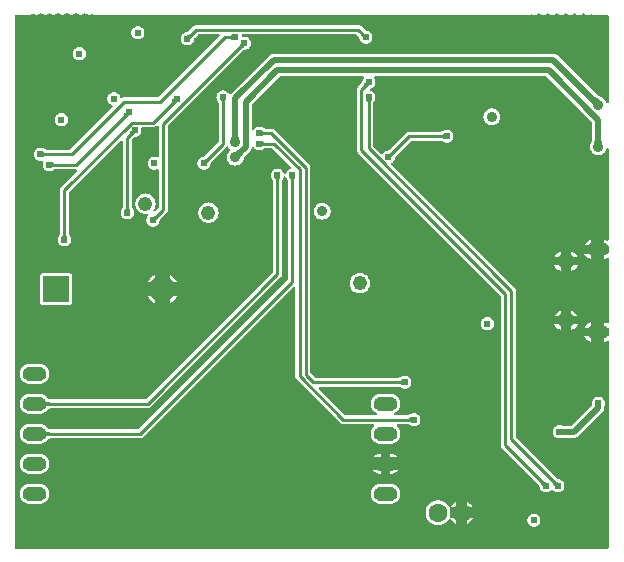
<source format=gbl>
G04 Layer: BottomLayer*
G04 EasyEDA v6.4.17, 2021-03-03T10:10:01+01:00*
G04 9d4de0552c0a465fbb9a068f9b96be7d,b771c775d4444e86a06a5321f8c966cb,10*
G04 Gerber Generator version 0.2*
G04 Scale: 100 percent, Rotated: No, Reflected: No *
G04 Dimensions in inches *
G04 leading zeros omitted , absolute positions ,3 integer and 6 decimal *
%FSLAX36Y36*%
%MOIN*%

%ADD10C,0.0100*%
%ADD13C,0.0200*%
%ADD16C,0.0240*%
%ADD17C,0.0480*%
%ADD18C,0.0360*%
%ADD43C,0.0866*%
%ADD45C,0.0630*%
%ADD46C,0.0472*%

%LPD*%
G36*
X414099Y-1589900D02*
G01*
X412560Y-1589600D01*
X411280Y-1588720D01*
X410400Y-1587440D01*
X410100Y-1585900D01*
X410100Y185900D01*
X410400Y187440D01*
X411280Y188720D01*
X412560Y189600D01*
X414099Y189899D01*
X459780Y189899D01*
X462239Y190180D01*
X464340Y190920D01*
X466760Y192480D01*
X468080Y193020D01*
X469480Y193080D01*
X470840Y192640D01*
X472640Y191680D01*
X476040Y190580D01*
X479580Y190100D01*
X483140Y190260D01*
X486620Y191040D01*
X489920Y192460D01*
X493100Y194560D01*
X494640Y195159D01*
X496320Y195080D01*
X497800Y194340D01*
X499020Y193359D01*
X502160Y191680D01*
X505560Y190580D01*
X509099Y190100D01*
X512680Y190260D01*
X516160Y191040D01*
X519440Y192460D01*
X522640Y194560D01*
X524180Y195159D01*
X525840Y195080D01*
X527320Y194340D01*
X528560Y193359D01*
X531700Y191680D01*
X535100Y190580D01*
X538640Y190100D01*
X542200Y190260D01*
X545680Y191040D01*
X548980Y192460D01*
X552160Y194560D01*
X553700Y195159D01*
X555380Y195080D01*
X556860Y194340D01*
X558080Y193359D01*
X561220Y191680D01*
X564620Y190580D01*
X568160Y190100D01*
X571740Y190260D01*
X575220Y191040D01*
X578500Y192460D01*
X581680Y194560D01*
X583240Y195159D01*
X584900Y195080D01*
X586380Y194340D01*
X587600Y193359D01*
X590740Y191680D01*
X594140Y190580D01*
X597680Y190100D01*
X601260Y190260D01*
X604740Y191040D01*
X608020Y192460D01*
X611220Y194560D01*
X612760Y195159D01*
X614420Y195080D01*
X615900Y194340D01*
X617140Y193359D01*
X620280Y191680D01*
X623680Y190580D01*
X627220Y190100D01*
X630780Y190260D01*
X634260Y191040D01*
X637560Y192460D01*
X640740Y194560D01*
X642280Y195159D01*
X643960Y195080D01*
X645440Y194340D01*
X646660Y193359D01*
X649800Y191680D01*
X653199Y190580D01*
X656740Y190100D01*
X660320Y190260D01*
X663800Y191040D01*
X665819Y191920D01*
X667060Y192220D01*
X668340Y192120D01*
X669520Y191620D01*
X670620Y190920D01*
X672760Y190180D01*
X675220Y189899D01*
X2124780Y189899D01*
X2127240Y190180D01*
X2129380Y190920D01*
X2131200Y191780D01*
X2132600Y191840D01*
X2134520Y191080D01*
X2137920Y189980D01*
X2141460Y189500D01*
X2145040Y189660D01*
X2148520Y190440D01*
X2151800Y191860D01*
X2155000Y193960D01*
X2156540Y194560D01*
X2158200Y194480D01*
X2159680Y193740D01*
X2160920Y192760D01*
X2164060Y191080D01*
X2167460Y189980D01*
X2171000Y189500D01*
X2174560Y189660D01*
X2178040Y190440D01*
X2181340Y191860D01*
X2184520Y193960D01*
X2186060Y194560D01*
X2187740Y194480D01*
X2189220Y193740D01*
X2190440Y192760D01*
X2193580Y191080D01*
X2196980Y189980D01*
X2200520Y189500D01*
X2204100Y189660D01*
X2207580Y190440D01*
X2210860Y191860D01*
X2214060Y193960D01*
X2215600Y194560D01*
X2217260Y194480D01*
X2218740Y193740D01*
X2219980Y192760D01*
X2223120Y191080D01*
X2226520Y189980D01*
X2230060Y189500D01*
X2233620Y189660D01*
X2237100Y190440D01*
X2240400Y191860D01*
X2243580Y193960D01*
X2245120Y194560D01*
X2246780Y194480D01*
X2248280Y193740D01*
X2249500Y192760D01*
X2252640Y191080D01*
X2256040Y189980D01*
X2259580Y189500D01*
X2263140Y189660D01*
X2266620Y190440D01*
X2269920Y191860D01*
X2273100Y193960D01*
X2274640Y194560D01*
X2276320Y194480D01*
X2277800Y193740D01*
X2279020Y192760D01*
X2282160Y191080D01*
X2285560Y189980D01*
X2289100Y189500D01*
X2292680Y189660D01*
X2296160Y190440D01*
X2299440Y191860D01*
X2302640Y193960D01*
X2304180Y194560D01*
X2305840Y194480D01*
X2307320Y193740D01*
X2308560Y192760D01*
X2311700Y191080D01*
X2315100Y189980D01*
X2318640Y189500D01*
X2322200Y189660D01*
X2325680Y190440D01*
X2330780Y192680D01*
X2332300Y192700D01*
X2333720Y192140D01*
X2335540Y190960D01*
X2337660Y190200D01*
X2340120Y189899D01*
X2385940Y189440D01*
X2387460Y189120D01*
X2388740Y188260D01*
X2389600Y186960D01*
X2389900Y185440D01*
X2389900Y-101620D01*
X2389560Y-103240D01*
X2388600Y-104580D01*
X2387180Y-105420D01*
X2385540Y-105620D01*
X2383960Y-105120D01*
X2382720Y-104040D01*
X2382020Y-102560D01*
X2381720Y-101320D01*
X2380020Y-97240D01*
X2377720Y-93500D01*
X2374860Y-90140D01*
X2371500Y-87280D01*
X2367760Y-84980D01*
X2363680Y-83280D01*
X2359880Y-82380D01*
X2358840Y-81960D01*
X2351380Y-77760D01*
X2350520Y-77100D01*
X2219280Y54160D01*
X2217920Y55400D01*
X2216520Y56460D01*
X2215040Y57400D01*
X2213500Y58220D01*
X2211880Y58880D01*
X2210200Y59420D01*
X2208480Y59800D01*
X2206760Y60020D01*
X2204920Y60100D01*
X1275180Y60100D01*
X1273960Y60000D01*
X1271540Y60000D01*
X1268100Y59400D01*
X1264820Y58200D01*
X1261780Y56460D01*
X1258960Y54080D01*
X1130840Y-74020D01*
X1130220Y-74720D01*
X1128960Y-75640D01*
X1127440Y-76000D01*
X1125900Y-75760D01*
X1124560Y-74960D01*
X1123640Y-73700D01*
X1123220Y-72780D01*
X1121000Y-69620D01*
X1118280Y-66900D01*
X1115140Y-64700D01*
X1111640Y-63060D01*
X1107920Y-62080D01*
X1104080Y-61740D01*
X1100260Y-62080D01*
X1096540Y-63060D01*
X1093040Y-64700D01*
X1089900Y-66900D01*
X1087180Y-69620D01*
X1084960Y-72780D01*
X1083340Y-76260D01*
X1082340Y-79980D01*
X1082000Y-83820D01*
X1082340Y-87660D01*
X1083340Y-91380D01*
X1084960Y-94860D01*
X1086420Y-97040D01*
X1088600Y-101620D01*
X1089000Y-103340D01*
X1089000Y-233000D01*
X1088680Y-234520D01*
X1087820Y-235820D01*
X1043120Y-280520D01*
X1041640Y-281460D01*
X1037200Y-283040D01*
X1032440Y-284240D01*
X1028960Y-285880D01*
X1025800Y-288080D01*
X1023080Y-290800D01*
X1020879Y-293960D01*
X1019240Y-297440D01*
X1018259Y-301160D01*
X1017920Y-305000D01*
X1018259Y-308840D01*
X1019240Y-312560D01*
X1020879Y-316040D01*
X1023080Y-319200D01*
X1025800Y-321920D01*
X1028960Y-324120D01*
X1032440Y-325760D01*
X1036160Y-326740D01*
X1040000Y-327080D01*
X1043840Y-326740D01*
X1047560Y-325760D01*
X1051040Y-324120D01*
X1054200Y-321920D01*
X1056920Y-319200D01*
X1059120Y-316040D01*
X1060760Y-312560D01*
X1061960Y-307800D01*
X1063540Y-303360D01*
X1064480Y-301880D01*
X1114620Y-251720D01*
X1115520Y-250640D01*
X1116680Y-249680D01*
X1118120Y-249220D01*
X1119640Y-249320D01*
X1121000Y-249980D01*
X1125140Y-254860D01*
X1127600Y-256960D01*
X1128620Y-258320D01*
X1129000Y-260000D01*
X1128620Y-261680D01*
X1127600Y-263040D01*
X1125140Y-265140D01*
X1122280Y-268500D01*
X1119980Y-272240D01*
X1118280Y-276320D01*
X1117260Y-280600D01*
X1116920Y-285000D01*
X1117260Y-289400D01*
X1118280Y-293680D01*
X1119980Y-297760D01*
X1122280Y-301500D01*
X1125140Y-304860D01*
X1128500Y-307720D01*
X1132240Y-310020D01*
X1136320Y-311720D01*
X1140600Y-312740D01*
X1145000Y-313080D01*
X1149400Y-312740D01*
X1153680Y-311720D01*
X1157760Y-310020D01*
X1161500Y-307720D01*
X1164860Y-304860D01*
X1167720Y-301500D01*
X1170020Y-297760D01*
X1171720Y-293680D01*
X1172620Y-289880D01*
X1173040Y-288840D01*
X1177240Y-281380D01*
X1177900Y-280520D01*
X1194160Y-264280D01*
X1195400Y-262920D01*
X1196460Y-261520D01*
X1197400Y-260040D01*
X1198220Y-258500D01*
X1198880Y-256880D01*
X1199420Y-255200D01*
X1199700Y-253900D01*
X1200320Y-252500D01*
X1201400Y-251439D01*
X1202820Y-250859D01*
X1204360Y-250840D01*
X1205780Y-251420D01*
X1206880Y-252480D01*
X1208080Y-254200D01*
X1210800Y-256920D01*
X1213960Y-259120D01*
X1217440Y-260760D01*
X1221160Y-261740D01*
X1225000Y-262079D01*
X1228840Y-261740D01*
X1232560Y-260760D01*
X1236040Y-259120D01*
X1238200Y-257680D01*
X1242800Y-255479D01*
X1244520Y-255100D01*
X1267080Y-255100D01*
X1268620Y-255400D01*
X1269920Y-256280D01*
X1330780Y-317140D01*
X1331699Y-318540D01*
X1331960Y-320180D01*
X1331519Y-321780D01*
X1330480Y-323080D01*
X1329000Y-323840D01*
X1327440Y-324240D01*
X1323959Y-325880D01*
X1320800Y-328080D01*
X1318080Y-330800D01*
X1315880Y-333960D01*
X1314240Y-337440D01*
X1313860Y-338880D01*
X1313060Y-340420D01*
X1311699Y-341460D01*
X1310000Y-341840D01*
X1308300Y-341460D01*
X1306940Y-340420D01*
X1306140Y-338880D01*
X1305760Y-337440D01*
X1304120Y-333960D01*
X1301920Y-330800D01*
X1299199Y-328080D01*
X1296040Y-325880D01*
X1292560Y-324240D01*
X1288839Y-323260D01*
X1285000Y-322920D01*
X1281160Y-323260D01*
X1277440Y-324240D01*
X1273960Y-325880D01*
X1270800Y-328080D01*
X1268080Y-330800D01*
X1265880Y-333960D01*
X1264240Y-337440D01*
X1263260Y-341160D01*
X1262920Y-345000D01*
X1263260Y-348840D01*
X1264240Y-352560D01*
X1265880Y-356040D01*
X1267320Y-358200D01*
X1269520Y-362800D01*
X1269900Y-364520D01*
X1269900Y-667080D01*
X1269600Y-668620D01*
X1268720Y-669920D01*
X847920Y-1090720D01*
X846620Y-1091600D01*
X845080Y-1091900D01*
X529380Y-1091860D01*
X522660Y-1090820D01*
X521060Y-1090200D01*
X519860Y-1088980D01*
X517860Y-1086120D01*
X516880Y-1084940D01*
X513920Y-1081900D01*
X511820Y-1080180D01*
X510600Y-1079300D01*
X508320Y-1077840D01*
X506960Y-1077100D01*
X504500Y-1075940D01*
X503120Y-1075400D01*
X500540Y-1074560D01*
X499060Y-1074180D01*
X496400Y-1073660D01*
X494860Y-1073480D01*
X491300Y-1073280D01*
X460020Y-1073280D01*
X456460Y-1073480D01*
X454920Y-1073660D01*
X452260Y-1074180D01*
X450800Y-1074560D01*
X448200Y-1075400D01*
X446800Y-1075960D01*
X444340Y-1077100D01*
X443000Y-1077840D01*
X440720Y-1079300D01*
X439500Y-1080180D01*
X437400Y-1081900D01*
X434440Y-1084940D01*
X433459Y-1086120D01*
X431860Y-1088320D01*
X431060Y-1089580D01*
X429739Y-1091960D01*
X428100Y-1095840D01*
X427620Y-1097340D01*
X426960Y-1099960D01*
X426680Y-1101440D01*
X426340Y-1104140D01*
X426240Y-1105640D01*
X426240Y-1108360D01*
X426340Y-1109860D01*
X426680Y-1112560D01*
X426960Y-1114040D01*
X427620Y-1116660D01*
X428100Y-1118160D01*
X429739Y-1122040D01*
X431060Y-1124420D01*
X431860Y-1125680D01*
X433459Y-1127880D01*
X434440Y-1129060D01*
X437400Y-1132100D01*
X439500Y-1133820D01*
X440720Y-1134700D01*
X443000Y-1136160D01*
X444340Y-1136900D01*
X446800Y-1138040D01*
X448200Y-1138600D01*
X450800Y-1139440D01*
X452280Y-1139820D01*
X454960Y-1140340D01*
X456420Y-1140520D01*
X460020Y-1140720D01*
X491300Y-1140720D01*
X494900Y-1140520D01*
X496360Y-1140340D01*
X499020Y-1139820D01*
X500540Y-1139440D01*
X503120Y-1138600D01*
X504500Y-1138060D01*
X506960Y-1136900D01*
X508320Y-1136160D01*
X510600Y-1134700D01*
X511820Y-1133820D01*
X513920Y-1132100D01*
X516880Y-1129060D01*
X517860Y-1127880D01*
X519860Y-1125020D01*
X521060Y-1123800D01*
X522660Y-1123180D01*
X529360Y-1122140D01*
X852800Y-1122100D01*
X855939Y-1121800D01*
X858780Y-1120940D01*
X861380Y-1119540D01*
X863820Y-1117540D01*
X1295540Y-685819D01*
X1297540Y-683379D01*
X1298940Y-680780D01*
X1299800Y-677940D01*
X1300100Y-674800D01*
X1300100Y-364520D01*
X1300480Y-362800D01*
X1302680Y-358200D01*
X1304120Y-356040D01*
X1305760Y-352560D01*
X1306140Y-351120D01*
X1306940Y-349580D01*
X1308300Y-348540D01*
X1310000Y-348160D01*
X1311699Y-348540D01*
X1313060Y-349580D01*
X1313860Y-351120D01*
X1314240Y-352560D01*
X1315880Y-356040D01*
X1317320Y-358200D01*
X1319520Y-362800D01*
X1319900Y-364520D01*
X1319900Y-692080D01*
X1319600Y-693620D01*
X1318720Y-694920D01*
X822920Y-1190720D01*
X821620Y-1191600D01*
X820080Y-1191900D01*
X529380Y-1191860D01*
X522660Y-1190820D01*
X521060Y-1190200D01*
X519860Y-1188980D01*
X517860Y-1186120D01*
X516880Y-1184940D01*
X513920Y-1181900D01*
X511820Y-1180180D01*
X510600Y-1179300D01*
X508320Y-1177840D01*
X506960Y-1177100D01*
X504500Y-1175940D01*
X503120Y-1175400D01*
X500540Y-1174560D01*
X499060Y-1174180D01*
X496400Y-1173660D01*
X494860Y-1173480D01*
X491300Y-1173280D01*
X460020Y-1173280D01*
X456460Y-1173480D01*
X454920Y-1173660D01*
X452260Y-1174180D01*
X450800Y-1174560D01*
X448200Y-1175400D01*
X446800Y-1175960D01*
X444340Y-1177100D01*
X443000Y-1177840D01*
X440720Y-1179300D01*
X439500Y-1180180D01*
X437400Y-1181900D01*
X434440Y-1184940D01*
X433459Y-1186120D01*
X431860Y-1188320D01*
X431060Y-1189580D01*
X429739Y-1191960D01*
X428100Y-1195840D01*
X427620Y-1197340D01*
X426960Y-1199960D01*
X426680Y-1201440D01*
X426340Y-1204140D01*
X426240Y-1205640D01*
X426240Y-1208360D01*
X426340Y-1209860D01*
X426940Y-1214020D01*
X427620Y-1216660D01*
X428100Y-1218160D01*
X429739Y-1222040D01*
X431060Y-1224420D01*
X431860Y-1225680D01*
X433459Y-1227880D01*
X434440Y-1229060D01*
X437400Y-1232100D01*
X439500Y-1233820D01*
X440720Y-1234700D01*
X443000Y-1236160D01*
X444340Y-1236900D01*
X446800Y-1238040D01*
X448200Y-1238600D01*
X450800Y-1239440D01*
X452280Y-1239820D01*
X454960Y-1240340D01*
X456420Y-1240520D01*
X460020Y-1240720D01*
X491300Y-1240720D01*
X494900Y-1240520D01*
X496360Y-1240340D01*
X499020Y-1239820D01*
X500540Y-1239440D01*
X503120Y-1238600D01*
X504500Y-1238060D01*
X506960Y-1236900D01*
X508320Y-1236160D01*
X510600Y-1234700D01*
X511820Y-1233820D01*
X513920Y-1232100D01*
X516880Y-1229060D01*
X517860Y-1227880D01*
X519860Y-1225020D01*
X521060Y-1223800D01*
X522660Y-1223180D01*
X529360Y-1222140D01*
X827800Y-1222100D01*
X830939Y-1221800D01*
X833780Y-1220940D01*
X836380Y-1219540D01*
X838820Y-1217540D01*
X1338080Y-718280D01*
X1339360Y-717420D01*
X1340900Y-717120D01*
X1342440Y-717420D01*
X1343720Y-718280D01*
X1344600Y-719580D01*
X1344900Y-721120D01*
X1344900Y-1014800D01*
X1345200Y-1017940D01*
X1346060Y-1020780D01*
X1347460Y-1023379D01*
X1349460Y-1025819D01*
X1494180Y-1170540D01*
X1496620Y-1172540D01*
X1499220Y-1173940D01*
X1502060Y-1174800D01*
X1505200Y-1175100D01*
X1604240Y-1175100D01*
X1605780Y-1175420D01*
X1607100Y-1176300D01*
X1607960Y-1177620D01*
X1608240Y-1179180D01*
X1607900Y-1180720D01*
X1606980Y-1182020D01*
X1605980Y-1182960D01*
X1604120Y-1184940D01*
X1603140Y-1186120D01*
X1601540Y-1188320D01*
X1600740Y-1189580D01*
X1599440Y-1191960D01*
X1598779Y-1193340D01*
X1597780Y-1195880D01*
X1597320Y-1197300D01*
X1596639Y-1199920D01*
X1596360Y-1201440D01*
X1596020Y-1204140D01*
X1595920Y-1205640D01*
X1595920Y-1208360D01*
X1596020Y-1209860D01*
X1596360Y-1212560D01*
X1596639Y-1214060D01*
X1597320Y-1216700D01*
X1597780Y-1218120D01*
X1598779Y-1220660D01*
X1599440Y-1222040D01*
X1600740Y-1224420D01*
X1601540Y-1225680D01*
X1603140Y-1227880D01*
X1604120Y-1229060D01*
X1607080Y-1232100D01*
X1609180Y-1233820D01*
X1610400Y-1234700D01*
X1612680Y-1236160D01*
X1614040Y-1236900D01*
X1616500Y-1238060D01*
X1617880Y-1238600D01*
X1620460Y-1239440D01*
X1621980Y-1239820D01*
X1624640Y-1240340D01*
X1626100Y-1240520D01*
X1629700Y-1240720D01*
X1660980Y-1240720D01*
X1664580Y-1240520D01*
X1666040Y-1240340D01*
X1668720Y-1239820D01*
X1670200Y-1239440D01*
X1672800Y-1238600D01*
X1674199Y-1238040D01*
X1676660Y-1236900D01*
X1678000Y-1236160D01*
X1680280Y-1234700D01*
X1681500Y-1233820D01*
X1683600Y-1232100D01*
X1686560Y-1229060D01*
X1687540Y-1227880D01*
X1689139Y-1225680D01*
X1689940Y-1224420D01*
X1691260Y-1222040D01*
X1692900Y-1218160D01*
X1693380Y-1216660D01*
X1694060Y-1214020D01*
X1694660Y-1209860D01*
X1694760Y-1208360D01*
X1694760Y-1205640D01*
X1694660Y-1204140D01*
X1694319Y-1201440D01*
X1694040Y-1199960D01*
X1693380Y-1197340D01*
X1692900Y-1195840D01*
X1691260Y-1191960D01*
X1689940Y-1189580D01*
X1689139Y-1188320D01*
X1687540Y-1186120D01*
X1686560Y-1184940D01*
X1684700Y-1182960D01*
X1683700Y-1182020D01*
X1682780Y-1180720D01*
X1682440Y-1179180D01*
X1682720Y-1177620D01*
X1683580Y-1176300D01*
X1684900Y-1175420D01*
X1686440Y-1175100D01*
X1720480Y-1175100D01*
X1722200Y-1175480D01*
X1726800Y-1177680D01*
X1728959Y-1179120D01*
X1732440Y-1180760D01*
X1736160Y-1181740D01*
X1740000Y-1182080D01*
X1743839Y-1181740D01*
X1747560Y-1180760D01*
X1751040Y-1179120D01*
X1754199Y-1176920D01*
X1756920Y-1174200D01*
X1759120Y-1171040D01*
X1760760Y-1167560D01*
X1761740Y-1163840D01*
X1762080Y-1160000D01*
X1761740Y-1156160D01*
X1760760Y-1152440D01*
X1759120Y-1148960D01*
X1756920Y-1145800D01*
X1754199Y-1143080D01*
X1751040Y-1140880D01*
X1747560Y-1139240D01*
X1743839Y-1138260D01*
X1740000Y-1137920D01*
X1736160Y-1138260D01*
X1732440Y-1139240D01*
X1728959Y-1140880D01*
X1726800Y-1142320D01*
X1722200Y-1144520D01*
X1720480Y-1144900D01*
X1677540Y-1144900D01*
X1675820Y-1144520D01*
X1674440Y-1143420D01*
X1673640Y-1141860D01*
X1673620Y-1140100D01*
X1674340Y-1138480D01*
X1675680Y-1137360D01*
X1678040Y-1136120D01*
X1680280Y-1134700D01*
X1681500Y-1133820D01*
X1683600Y-1132100D01*
X1686560Y-1129060D01*
X1687540Y-1127880D01*
X1689139Y-1125680D01*
X1689940Y-1124420D01*
X1691260Y-1122040D01*
X1692900Y-1118160D01*
X1693380Y-1116660D01*
X1694040Y-1114040D01*
X1694319Y-1112560D01*
X1694660Y-1109860D01*
X1694760Y-1108360D01*
X1694760Y-1105640D01*
X1694660Y-1104140D01*
X1694319Y-1101440D01*
X1694040Y-1099960D01*
X1693380Y-1097340D01*
X1692900Y-1095840D01*
X1691260Y-1091960D01*
X1689940Y-1089580D01*
X1689139Y-1088320D01*
X1687540Y-1086120D01*
X1686560Y-1084940D01*
X1683600Y-1081900D01*
X1681500Y-1080180D01*
X1680280Y-1079300D01*
X1678000Y-1077840D01*
X1676660Y-1077100D01*
X1674199Y-1075960D01*
X1672800Y-1075400D01*
X1670200Y-1074560D01*
X1668740Y-1074180D01*
X1666080Y-1073660D01*
X1664540Y-1073480D01*
X1660980Y-1073280D01*
X1629700Y-1073280D01*
X1626140Y-1073480D01*
X1624600Y-1073660D01*
X1621940Y-1074180D01*
X1620460Y-1074560D01*
X1617880Y-1075400D01*
X1616500Y-1075940D01*
X1614040Y-1077100D01*
X1612680Y-1077840D01*
X1610400Y-1079300D01*
X1609180Y-1080180D01*
X1607080Y-1081900D01*
X1604120Y-1084940D01*
X1603140Y-1086120D01*
X1601540Y-1088320D01*
X1600740Y-1089580D01*
X1599440Y-1091960D01*
X1598779Y-1093340D01*
X1597780Y-1095880D01*
X1597320Y-1097300D01*
X1596639Y-1099920D01*
X1596360Y-1101440D01*
X1596020Y-1104140D01*
X1595920Y-1105640D01*
X1595920Y-1108360D01*
X1596020Y-1109860D01*
X1596360Y-1112560D01*
X1596639Y-1114080D01*
X1597320Y-1116700D01*
X1597780Y-1118120D01*
X1598779Y-1120660D01*
X1599440Y-1122040D01*
X1600740Y-1124420D01*
X1601540Y-1125680D01*
X1603140Y-1127880D01*
X1604120Y-1129060D01*
X1607080Y-1132100D01*
X1609180Y-1133820D01*
X1610400Y-1134700D01*
X1612640Y-1136120D01*
X1615000Y-1137360D01*
X1616339Y-1138480D01*
X1617060Y-1140080D01*
X1617040Y-1141840D01*
X1616260Y-1143420D01*
X1614860Y-1144520D01*
X1613140Y-1144900D01*
X1512920Y-1144900D01*
X1511380Y-1144600D01*
X1510080Y-1143720D01*
X1423280Y-1056920D01*
X1422420Y-1055640D01*
X1422120Y-1054100D01*
X1422420Y-1052560D01*
X1423280Y-1051280D01*
X1424580Y-1050400D01*
X1426120Y-1050100D01*
X1690480Y-1050100D01*
X1692200Y-1050480D01*
X1696800Y-1052680D01*
X1698959Y-1054120D01*
X1702440Y-1055760D01*
X1706160Y-1056740D01*
X1710000Y-1057080D01*
X1713839Y-1056740D01*
X1717560Y-1055760D01*
X1721040Y-1054120D01*
X1724199Y-1051920D01*
X1726920Y-1049200D01*
X1729120Y-1046040D01*
X1730760Y-1042560D01*
X1731740Y-1038840D01*
X1732080Y-1035000D01*
X1731740Y-1031160D01*
X1730760Y-1027440D01*
X1729120Y-1023960D01*
X1726920Y-1020800D01*
X1724199Y-1018080D01*
X1721040Y-1015879D01*
X1717560Y-1014240D01*
X1713839Y-1013259D01*
X1710000Y-1012920D01*
X1706160Y-1013259D01*
X1702440Y-1014240D01*
X1698959Y-1015879D01*
X1696800Y-1017320D01*
X1692200Y-1019520D01*
X1690480Y-1019900D01*
X1412920Y-1019900D01*
X1411380Y-1019599D01*
X1410080Y-1018720D01*
X1396279Y-1004920D01*
X1395400Y-1003620D01*
X1395100Y-1002080D01*
X1395100Y-320200D01*
X1394800Y-317060D01*
X1393940Y-314220D01*
X1392540Y-311620D01*
X1390540Y-309180D01*
X1275820Y-194460D01*
X1273380Y-192460D01*
X1270780Y-191060D01*
X1267940Y-190200D01*
X1264800Y-189899D01*
X1244520Y-189899D01*
X1242800Y-189520D01*
X1238200Y-187320D01*
X1236040Y-185880D01*
X1232560Y-184240D01*
X1228840Y-183260D01*
X1225000Y-182920D01*
X1221160Y-183260D01*
X1217440Y-184240D01*
X1213960Y-185880D01*
X1210800Y-188080D01*
X1208080Y-190799D01*
X1207380Y-191820D01*
X1206160Y-192960D01*
X1204560Y-193500D01*
X1202900Y-193340D01*
X1201440Y-192500D01*
X1200460Y-191160D01*
X1200100Y-189520D01*
X1200100Y-109980D01*
X1200400Y-108460D01*
X1201280Y-107160D01*
X1292160Y-16279D01*
X1293460Y-15400D01*
X1294980Y-15100D01*
X1569400Y-15100D01*
X1571080Y-15480D01*
X1572460Y-16520D01*
X1573260Y-18060D01*
X1573340Y-19800D01*
X1572660Y-21400D01*
X1570880Y-23960D01*
X1569240Y-27440D01*
X1568040Y-32200D01*
X1566459Y-36640D01*
X1565520Y-38120D01*
X1554460Y-49180D01*
X1552460Y-51620D01*
X1551060Y-54220D01*
X1550200Y-57060D01*
X1549900Y-60199D01*
X1549900Y-259800D01*
X1550200Y-262940D01*
X1551060Y-265780D01*
X1552460Y-268380D01*
X1554460Y-270820D01*
X2028720Y-745080D01*
X2029600Y-746380D01*
X2029900Y-747920D01*
X2029900Y-1244800D01*
X2030200Y-1247940D01*
X2031060Y-1250780D01*
X2032460Y-1253380D01*
X2034460Y-1255820D01*
X2155520Y-1376879D01*
X2156460Y-1378360D01*
X2158040Y-1382800D01*
X2159240Y-1387560D01*
X2160880Y-1391040D01*
X2163080Y-1394199D01*
X2165800Y-1396920D01*
X2168960Y-1399120D01*
X2172440Y-1400760D01*
X2176160Y-1401740D01*
X2180000Y-1402080D01*
X2183840Y-1401740D01*
X2187560Y-1400760D01*
X2191040Y-1399120D01*
X2194200Y-1396920D01*
X2197180Y-1393940D01*
X2198480Y-1393080D01*
X2200020Y-1392780D01*
X2201540Y-1393080D01*
X2202840Y-1393940D01*
X2205800Y-1396920D01*
X2208960Y-1399120D01*
X2212440Y-1400760D01*
X2216160Y-1401740D01*
X2220000Y-1402080D01*
X2223840Y-1401740D01*
X2227560Y-1400760D01*
X2231040Y-1399120D01*
X2234200Y-1396920D01*
X2236920Y-1394199D01*
X2239120Y-1391040D01*
X2240760Y-1387560D01*
X2241740Y-1383839D01*
X2242080Y-1380000D01*
X2241740Y-1376160D01*
X2240760Y-1372440D01*
X2239120Y-1368959D01*
X2236920Y-1365800D01*
X2234200Y-1363080D01*
X2231040Y-1360880D01*
X2227560Y-1359240D01*
X2222800Y-1358040D01*
X2218360Y-1356459D01*
X2216880Y-1355520D01*
X2081279Y-1219920D01*
X2080400Y-1218620D01*
X2080100Y-1217080D01*
X2080100Y-730200D01*
X2079800Y-727060D01*
X2078940Y-724220D01*
X2077540Y-721620D01*
X2075540Y-719180D01*
X1666140Y-309780D01*
X1665220Y-308320D01*
X1664980Y-306620D01*
X1665500Y-304960D01*
X1666680Y-303680D01*
X1669199Y-301920D01*
X1671920Y-299200D01*
X1674120Y-296040D01*
X1675760Y-292560D01*
X1676960Y-287800D01*
X1678540Y-283360D01*
X1679480Y-281880D01*
X1730080Y-231280D01*
X1731380Y-230400D01*
X1732920Y-230100D01*
X1830480Y-230100D01*
X1832200Y-230479D01*
X1836800Y-232680D01*
X1838959Y-234120D01*
X1842440Y-235760D01*
X1846160Y-236740D01*
X1850000Y-237079D01*
X1853839Y-236740D01*
X1857560Y-235760D01*
X1861040Y-234120D01*
X1864199Y-231920D01*
X1866920Y-229200D01*
X1869120Y-226040D01*
X1870760Y-222560D01*
X1871740Y-218840D01*
X1872080Y-215000D01*
X1871740Y-211160D01*
X1870760Y-207440D01*
X1869120Y-203960D01*
X1866920Y-200799D01*
X1864199Y-198080D01*
X1861040Y-195880D01*
X1857560Y-194240D01*
X1853839Y-193260D01*
X1850000Y-192920D01*
X1846160Y-193260D01*
X1842440Y-194240D01*
X1838959Y-195880D01*
X1836800Y-197320D01*
X1832200Y-199520D01*
X1830480Y-199899D01*
X1725200Y-199899D01*
X1722060Y-200200D01*
X1719220Y-201060D01*
X1716620Y-202460D01*
X1714180Y-204460D01*
X1658120Y-260520D01*
X1656639Y-261460D01*
X1652200Y-263040D01*
X1647440Y-264240D01*
X1643959Y-265880D01*
X1640800Y-268080D01*
X1638080Y-270800D01*
X1636320Y-273320D01*
X1635040Y-274500D01*
X1633380Y-275020D01*
X1631680Y-274780D01*
X1630220Y-273860D01*
X1606279Y-249920D01*
X1605400Y-248619D01*
X1605100Y-247079D01*
X1605100Y-104520D01*
X1605480Y-102800D01*
X1607680Y-98200D01*
X1609120Y-96039D01*
X1610760Y-92560D01*
X1611740Y-88840D01*
X1612080Y-85000D01*
X1611740Y-81160D01*
X1610760Y-77440D01*
X1609120Y-73960D01*
X1606920Y-70800D01*
X1604199Y-68080D01*
X1601040Y-65880D01*
X1597560Y-64240D01*
X1596120Y-63860D01*
X1594580Y-63060D01*
X1593540Y-61700D01*
X1593160Y-60000D01*
X1593540Y-58300D01*
X1594580Y-56940D01*
X1596120Y-56140D01*
X1597560Y-55759D01*
X1601040Y-54120D01*
X1604199Y-51920D01*
X1606920Y-49200D01*
X1609120Y-46040D01*
X1610760Y-42560D01*
X1611740Y-38840D01*
X1612080Y-35000D01*
X1611740Y-31160D01*
X1610760Y-27440D01*
X1609120Y-23960D01*
X1607340Y-21400D01*
X1606660Y-19800D01*
X1606740Y-18060D01*
X1607540Y-16520D01*
X1608920Y-15480D01*
X1610600Y-15100D01*
X2180020Y-15100D01*
X2181540Y-15400D01*
X2182840Y-16279D01*
X2333720Y-167160D01*
X2334600Y-168460D01*
X2334900Y-169980D01*
X2334900Y-223580D01*
X2334760Y-224640D01*
X2332480Y-232860D01*
X2332040Y-233880D01*
X2329980Y-237240D01*
X2328280Y-241320D01*
X2327260Y-245600D01*
X2326920Y-250000D01*
X2327260Y-254400D01*
X2328280Y-258680D01*
X2329980Y-262760D01*
X2332280Y-266500D01*
X2335140Y-269860D01*
X2338500Y-272720D01*
X2342240Y-275020D01*
X2346320Y-276720D01*
X2350600Y-277740D01*
X2355000Y-278080D01*
X2359400Y-277740D01*
X2363680Y-276720D01*
X2367760Y-275020D01*
X2371500Y-272720D01*
X2374860Y-269860D01*
X2377720Y-266500D01*
X2380020Y-262760D01*
X2381720Y-258680D01*
X2382020Y-257440D01*
X2382720Y-255960D01*
X2383960Y-254880D01*
X2385540Y-254380D01*
X2387180Y-254579D01*
X2388600Y-255420D01*
X2389560Y-256759D01*
X2389900Y-258380D01*
X2389900Y-559920D01*
X2389560Y-561520D01*
X2388600Y-562860D01*
X2387200Y-563700D01*
X2385560Y-563900D01*
X2383980Y-563420D01*
X2380540Y-561540D01*
X2376020Y-559860D01*
X2373940Y-559400D01*
X2373940Y-577900D01*
X2385900Y-577900D01*
X2387440Y-578200D01*
X2388720Y-579060D01*
X2389600Y-580360D01*
X2389900Y-581900D01*
X2389900Y-602520D01*
X2389600Y-604040D01*
X2388720Y-605340D01*
X2387440Y-606220D01*
X2385900Y-606520D01*
X2373940Y-606520D01*
X2373940Y-625000D01*
X2376020Y-624540D01*
X2380540Y-622860D01*
X2383980Y-620980D01*
X2385560Y-620500D01*
X2387200Y-620700D01*
X2388600Y-621540D01*
X2389560Y-622880D01*
X2389900Y-624500D01*
X2389900Y-835500D01*
X2389560Y-837120D01*
X2388600Y-838460D01*
X2387200Y-839300D01*
X2385560Y-839500D01*
X2383980Y-839020D01*
X2380540Y-837140D01*
X2376020Y-835460D01*
X2373940Y-835000D01*
X2373940Y-853480D01*
X2385900Y-853480D01*
X2387440Y-853780D01*
X2388720Y-854659D01*
X2389600Y-855960D01*
X2389900Y-857480D01*
X2389900Y-878100D01*
X2389600Y-879640D01*
X2388720Y-880939D01*
X2387440Y-881800D01*
X2385900Y-882099D01*
X2373940Y-882099D01*
X2373940Y-900600D01*
X2376020Y-900140D01*
X2380540Y-898460D01*
X2383980Y-896580D01*
X2385560Y-896100D01*
X2387200Y-896300D01*
X2388600Y-897140D01*
X2389560Y-898480D01*
X2389900Y-900080D01*
X2389900Y-1585900D01*
X2389600Y-1587440D01*
X2388720Y-1588720D01*
X2387440Y-1589600D01*
X2385900Y-1589900D01*
G37*

%LPC*%
G36*
X2140000Y-1517080D02*
G01*
X2143840Y-1516740D01*
X2147560Y-1515760D01*
X2151040Y-1514120D01*
X2154200Y-1511920D01*
X2156920Y-1509199D01*
X2159120Y-1506040D01*
X2160760Y-1502560D01*
X2161740Y-1498839D01*
X2162080Y-1495000D01*
X2161740Y-1491160D01*
X2160760Y-1487440D01*
X2159120Y-1483959D01*
X2156920Y-1480800D01*
X2154200Y-1478080D01*
X2151040Y-1475880D01*
X2147560Y-1474240D01*
X2143840Y-1473260D01*
X2140000Y-1472920D01*
X2136160Y-1473260D01*
X2132440Y-1474240D01*
X2128960Y-1475880D01*
X2125800Y-1478080D01*
X2123080Y-1480800D01*
X2120880Y-1483959D01*
X2119240Y-1487440D01*
X2118260Y-1491160D01*
X2117920Y-1495000D01*
X2118260Y-1498839D01*
X2119240Y-1502560D01*
X2120880Y-1506040D01*
X2123080Y-1509199D01*
X2125800Y-1511920D01*
X2128960Y-1514120D01*
X2132440Y-1515760D01*
X2136160Y-1516740D01*
G37*
G36*
X1820640Y-1511579D02*
G01*
X1826060Y-1511240D01*
X1831399Y-1510180D01*
X1836540Y-1508420D01*
X1841420Y-1506020D01*
X1845940Y-1503000D01*
X1850040Y-1499400D01*
X1853620Y-1495320D01*
X1856680Y-1490760D01*
X1857780Y-1489640D01*
X1859220Y-1489060D01*
X1860780Y-1489060D01*
X1862220Y-1489640D01*
X1863320Y-1490760D01*
X1866380Y-1495320D01*
X1869960Y-1499400D01*
X1874060Y-1503000D01*
X1878580Y-1506020D01*
X1881120Y-1507280D01*
X1881120Y-1488240D01*
X1863839Y-1488240D01*
X1862360Y-1487960D01*
X1861080Y-1487140D01*
X1860200Y-1485920D01*
X1859840Y-1484460D01*
X1860060Y-1482960D01*
X1860800Y-1480760D01*
X1861860Y-1475420D01*
X1862220Y-1470000D01*
X1861860Y-1464580D01*
X1860800Y-1459240D01*
X1860060Y-1457040D01*
X1859840Y-1455540D01*
X1860200Y-1454079D01*
X1861080Y-1452860D01*
X1862360Y-1452040D01*
X1863839Y-1451759D01*
X1881120Y-1451759D01*
X1881120Y-1432720D01*
X1878580Y-1433980D01*
X1874060Y-1437000D01*
X1869960Y-1440600D01*
X1866380Y-1444680D01*
X1863320Y-1449240D01*
X1862220Y-1450360D01*
X1860780Y-1450940D01*
X1859220Y-1450940D01*
X1857780Y-1450360D01*
X1856680Y-1449240D01*
X1853620Y-1444680D01*
X1850040Y-1440600D01*
X1845940Y-1437000D01*
X1841420Y-1433980D01*
X1836540Y-1431579D01*
X1831399Y-1429820D01*
X1826060Y-1428760D01*
X1820640Y-1428420D01*
X1815200Y-1428760D01*
X1809860Y-1429820D01*
X1804720Y-1431579D01*
X1799840Y-1433980D01*
X1795320Y-1437000D01*
X1791220Y-1440600D01*
X1787640Y-1444680D01*
X1784620Y-1449199D01*
X1782200Y-1454079D01*
X1780460Y-1459240D01*
X1779400Y-1464580D01*
X1779040Y-1470000D01*
X1779400Y-1475420D01*
X1780460Y-1480760D01*
X1782200Y-1485920D01*
X1784620Y-1490800D01*
X1787640Y-1495320D01*
X1791220Y-1499400D01*
X1795320Y-1503000D01*
X1799840Y-1506020D01*
X1804720Y-1508420D01*
X1809860Y-1510180D01*
X1815200Y-1511240D01*
G37*
G36*
X1917620Y-1507280D02*
G01*
X1920160Y-1506020D01*
X1924680Y-1503000D01*
X1928779Y-1499400D01*
X1932360Y-1495320D01*
X1935380Y-1490800D01*
X1936639Y-1488240D01*
X1917620Y-1488240D01*
G37*
G36*
X1917620Y-1451759D02*
G01*
X1936639Y-1451759D01*
X1935380Y-1449199D01*
X1932360Y-1444680D01*
X1928779Y-1440600D01*
X1924680Y-1437000D01*
X1920160Y-1433980D01*
X1917620Y-1432720D01*
G37*
G36*
X460020Y-1440720D02*
G01*
X491300Y-1440720D01*
X494900Y-1440520D01*
X496360Y-1440340D01*
X499020Y-1439820D01*
X500540Y-1439440D01*
X503120Y-1438600D01*
X504500Y-1438060D01*
X506960Y-1436900D01*
X508320Y-1436160D01*
X510600Y-1434700D01*
X511820Y-1433820D01*
X513920Y-1432100D01*
X516880Y-1429060D01*
X517860Y-1427880D01*
X519460Y-1425680D01*
X520260Y-1424420D01*
X521560Y-1422040D01*
X522220Y-1420660D01*
X523220Y-1418120D01*
X523680Y-1416699D01*
X524360Y-1414060D01*
X524640Y-1412560D01*
X524980Y-1409860D01*
X525080Y-1408360D01*
X525080Y-1405640D01*
X524980Y-1404120D01*
X524640Y-1401440D01*
X524360Y-1399920D01*
X523680Y-1397300D01*
X523220Y-1395880D01*
X522220Y-1393340D01*
X521560Y-1391960D01*
X520260Y-1389580D01*
X519460Y-1388320D01*
X517860Y-1386120D01*
X516880Y-1384940D01*
X513920Y-1381900D01*
X511820Y-1380180D01*
X510600Y-1379300D01*
X508320Y-1377840D01*
X506980Y-1377120D01*
X504520Y-1375960D01*
X503080Y-1375380D01*
X500500Y-1374540D01*
X496400Y-1373660D01*
X494860Y-1373480D01*
X491300Y-1373280D01*
X460020Y-1373280D01*
X456460Y-1373480D01*
X454920Y-1373660D01*
X452260Y-1374180D01*
X450840Y-1374540D01*
X448240Y-1375380D01*
X446760Y-1375960D01*
X444320Y-1377120D01*
X443000Y-1377840D01*
X440720Y-1379300D01*
X439500Y-1380180D01*
X437400Y-1381900D01*
X434440Y-1384940D01*
X433459Y-1386120D01*
X431860Y-1388320D01*
X431060Y-1389580D01*
X429739Y-1391960D01*
X428100Y-1395840D01*
X427620Y-1397340D01*
X426960Y-1399960D01*
X426680Y-1401440D01*
X426340Y-1404120D01*
X426240Y-1405640D01*
X426240Y-1408360D01*
X426340Y-1409860D01*
X426940Y-1414019D01*
X427620Y-1416660D01*
X428100Y-1418160D01*
X429739Y-1422040D01*
X431060Y-1424420D01*
X431860Y-1425680D01*
X433459Y-1427880D01*
X434440Y-1429060D01*
X437400Y-1432100D01*
X439500Y-1433820D01*
X440720Y-1434700D01*
X443000Y-1436160D01*
X444340Y-1436900D01*
X446800Y-1438040D01*
X448200Y-1438600D01*
X450800Y-1439440D01*
X452280Y-1439820D01*
X454960Y-1440340D01*
X456420Y-1440520D01*
G37*
G36*
X1629660Y-1440720D02*
G01*
X1660980Y-1440720D01*
X1664580Y-1440520D01*
X1666040Y-1440340D01*
X1668720Y-1439820D01*
X1670200Y-1439440D01*
X1672800Y-1438600D01*
X1674199Y-1438040D01*
X1676660Y-1436900D01*
X1678000Y-1436160D01*
X1680280Y-1434700D01*
X1681500Y-1433820D01*
X1683600Y-1432100D01*
X1686560Y-1429060D01*
X1687540Y-1427880D01*
X1689139Y-1425680D01*
X1689940Y-1424420D01*
X1691260Y-1422040D01*
X1692900Y-1418160D01*
X1693380Y-1416660D01*
X1694060Y-1414019D01*
X1694660Y-1409860D01*
X1694760Y-1408360D01*
X1694760Y-1405640D01*
X1694660Y-1404120D01*
X1694319Y-1401440D01*
X1694040Y-1399960D01*
X1693380Y-1397340D01*
X1692900Y-1395840D01*
X1691260Y-1391960D01*
X1689940Y-1389580D01*
X1689139Y-1388320D01*
X1687540Y-1386120D01*
X1686560Y-1384940D01*
X1683600Y-1381900D01*
X1681500Y-1380180D01*
X1680280Y-1379300D01*
X1678000Y-1377840D01*
X1676680Y-1377120D01*
X1674240Y-1375960D01*
X1672760Y-1375380D01*
X1670160Y-1374540D01*
X1668740Y-1374180D01*
X1666080Y-1373660D01*
X1664540Y-1373480D01*
X1660980Y-1373280D01*
X1629700Y-1373280D01*
X1626140Y-1373480D01*
X1624600Y-1373660D01*
X1620500Y-1374540D01*
X1617920Y-1375380D01*
X1616480Y-1375960D01*
X1614019Y-1377120D01*
X1612680Y-1377840D01*
X1610400Y-1379300D01*
X1609180Y-1380180D01*
X1607080Y-1381900D01*
X1604120Y-1384940D01*
X1603140Y-1386120D01*
X1601540Y-1388320D01*
X1600740Y-1389580D01*
X1599440Y-1391960D01*
X1598779Y-1393340D01*
X1597780Y-1395880D01*
X1597320Y-1397300D01*
X1596639Y-1399920D01*
X1596360Y-1401440D01*
X1596020Y-1404120D01*
X1595920Y-1405640D01*
X1595920Y-1408360D01*
X1596020Y-1409860D01*
X1596360Y-1412560D01*
X1596639Y-1414060D01*
X1597320Y-1416699D01*
X1597780Y-1418120D01*
X1598779Y-1420660D01*
X1599440Y-1422040D01*
X1600740Y-1424420D01*
X1601540Y-1425680D01*
X1603140Y-1427880D01*
X1604120Y-1429060D01*
X1607080Y-1432100D01*
X1609180Y-1433820D01*
X1610400Y-1434700D01*
X1612680Y-1436160D01*
X1614040Y-1436900D01*
X1616500Y-1438060D01*
X1617880Y-1438600D01*
X1620460Y-1439440D01*
X1621980Y-1439820D01*
X1624640Y-1440340D01*
X1626100Y-1440520D01*
G37*
G36*
X1629700Y-1340720D02*
G01*
X1631020Y-1340720D01*
X1631020Y-1329160D01*
X1604199Y-1329160D01*
X1607080Y-1332100D01*
X1609180Y-1333820D01*
X1610400Y-1334700D01*
X1612680Y-1336160D01*
X1614040Y-1336900D01*
X1616500Y-1338060D01*
X1617880Y-1338600D01*
X1620460Y-1339440D01*
X1621980Y-1339820D01*
X1624640Y-1340340D01*
X1626100Y-1340520D01*
G37*
G36*
X460020Y-1340720D02*
G01*
X491300Y-1340720D01*
X494900Y-1340520D01*
X496360Y-1340340D01*
X499020Y-1339820D01*
X500540Y-1339440D01*
X503120Y-1338600D01*
X504500Y-1338060D01*
X506960Y-1336900D01*
X508320Y-1336160D01*
X510600Y-1334700D01*
X511820Y-1333820D01*
X513920Y-1332100D01*
X516880Y-1329060D01*
X517860Y-1327880D01*
X519460Y-1325680D01*
X520260Y-1324420D01*
X521560Y-1322040D01*
X522220Y-1320660D01*
X523220Y-1318120D01*
X523680Y-1316699D01*
X524360Y-1314060D01*
X524640Y-1312560D01*
X524980Y-1309860D01*
X525080Y-1308360D01*
X525080Y-1305640D01*
X524980Y-1304139D01*
X524640Y-1301440D01*
X524360Y-1299920D01*
X523680Y-1297300D01*
X523220Y-1295880D01*
X522220Y-1293340D01*
X521560Y-1291960D01*
X520260Y-1289580D01*
X519460Y-1288320D01*
X517860Y-1286120D01*
X516880Y-1284940D01*
X513920Y-1281900D01*
X511820Y-1280180D01*
X510600Y-1279300D01*
X508320Y-1277840D01*
X506960Y-1277100D01*
X504500Y-1275940D01*
X503120Y-1275400D01*
X500540Y-1274560D01*
X499060Y-1274180D01*
X496400Y-1273660D01*
X494860Y-1273480D01*
X491300Y-1273280D01*
X460020Y-1273280D01*
X456460Y-1273480D01*
X454920Y-1273660D01*
X452260Y-1274180D01*
X450800Y-1274560D01*
X448200Y-1275400D01*
X446800Y-1275960D01*
X444340Y-1277100D01*
X443000Y-1277840D01*
X440720Y-1279300D01*
X439500Y-1280180D01*
X437400Y-1281900D01*
X434440Y-1284940D01*
X433459Y-1286120D01*
X431860Y-1288320D01*
X431060Y-1289580D01*
X429739Y-1291960D01*
X428100Y-1295840D01*
X427620Y-1297340D01*
X426960Y-1299960D01*
X426680Y-1301440D01*
X426340Y-1304139D01*
X426240Y-1305640D01*
X426240Y-1308360D01*
X426340Y-1309860D01*
X426940Y-1314019D01*
X427620Y-1316660D01*
X428100Y-1318160D01*
X429739Y-1322040D01*
X431060Y-1324420D01*
X431860Y-1325680D01*
X433459Y-1327880D01*
X434440Y-1329060D01*
X437400Y-1332100D01*
X439500Y-1333820D01*
X440720Y-1334700D01*
X443000Y-1336160D01*
X444340Y-1336900D01*
X446800Y-1338040D01*
X448200Y-1338600D01*
X450800Y-1339440D01*
X452280Y-1339820D01*
X454960Y-1340340D01*
X456420Y-1340520D01*
G37*
G36*
X1659660Y-1340700D02*
G01*
X1661860Y-1340700D01*
X1664580Y-1340520D01*
X1666040Y-1340340D01*
X1668720Y-1339820D01*
X1670200Y-1339440D01*
X1672800Y-1338600D01*
X1674199Y-1338040D01*
X1676660Y-1336900D01*
X1678000Y-1336160D01*
X1680280Y-1334700D01*
X1681500Y-1333820D01*
X1683600Y-1332100D01*
X1686480Y-1329160D01*
X1659660Y-1329160D01*
G37*
G36*
X1604199Y-1284840D02*
G01*
X1631020Y-1284840D01*
X1631020Y-1273300D01*
X1628860Y-1273300D01*
X1624600Y-1273660D01*
X1621940Y-1274180D01*
X1620460Y-1274560D01*
X1617880Y-1275400D01*
X1616500Y-1275940D01*
X1614040Y-1277100D01*
X1612680Y-1277840D01*
X1610400Y-1279300D01*
X1609180Y-1280180D01*
X1607080Y-1281900D01*
G37*
G36*
X1659660Y-1284840D02*
G01*
X1686480Y-1284840D01*
X1683600Y-1281900D01*
X1681500Y-1280180D01*
X1680280Y-1279300D01*
X1678000Y-1277840D01*
X1676660Y-1277100D01*
X1674199Y-1275960D01*
X1672800Y-1275400D01*
X1670200Y-1274560D01*
X1668740Y-1274180D01*
X1666080Y-1273660D01*
X1664540Y-1273480D01*
X1660980Y-1273280D01*
X1659660Y-1273280D01*
G37*
G36*
X2225000Y-1222080D02*
G01*
X2228840Y-1221740D01*
X2232560Y-1220760D01*
X2233140Y-1220480D01*
X2234840Y-1220100D01*
X2274920Y-1220100D01*
X2276760Y-1220020D01*
X2278480Y-1219800D01*
X2280200Y-1219420D01*
X2281880Y-1218880D01*
X2283500Y-1218220D01*
X2285040Y-1217400D01*
X2286520Y-1216460D01*
X2287920Y-1215400D01*
X2289280Y-1214160D01*
X2370760Y-1132680D01*
X2372300Y-1130740D01*
X2373340Y-1128540D01*
X2374420Y-1125200D01*
X2374800Y-1123480D01*
X2375020Y-1121760D01*
X2375100Y-1119920D01*
X2375100Y-1114840D01*
X2375480Y-1113140D01*
X2375760Y-1112560D01*
X2376740Y-1108840D01*
X2377080Y-1105000D01*
X2376740Y-1101160D01*
X2375760Y-1097440D01*
X2374120Y-1093960D01*
X2371920Y-1090800D01*
X2369200Y-1088080D01*
X2366040Y-1085880D01*
X2362560Y-1084240D01*
X2358840Y-1083260D01*
X2355000Y-1082920D01*
X2351160Y-1083260D01*
X2347440Y-1084240D01*
X2343960Y-1085880D01*
X2340800Y-1088080D01*
X2338080Y-1090800D01*
X2335880Y-1093960D01*
X2334240Y-1097440D01*
X2333260Y-1101160D01*
X2332920Y-1105000D01*
X2333260Y-1108840D01*
X2333600Y-1110140D01*
X2333720Y-1111520D01*
X2333360Y-1112880D01*
X2332560Y-1114000D01*
X2267840Y-1178720D01*
X2266540Y-1179600D01*
X2265020Y-1179900D01*
X2234840Y-1179900D01*
X2233140Y-1179520D01*
X2232560Y-1179240D01*
X2228840Y-1178260D01*
X2225000Y-1177920D01*
X2221160Y-1178260D01*
X2217440Y-1179240D01*
X2213960Y-1180880D01*
X2210800Y-1183080D01*
X2208080Y-1185800D01*
X2205880Y-1188960D01*
X2204240Y-1192440D01*
X2203260Y-1196160D01*
X2202920Y-1200000D01*
X2203260Y-1203840D01*
X2204240Y-1207560D01*
X2205880Y-1211040D01*
X2208080Y-1214200D01*
X2210800Y-1216920D01*
X2213960Y-1219120D01*
X2217440Y-1220760D01*
X2221160Y-1221740D01*
G37*
G36*
X459980Y-1040720D02*
G01*
X491300Y-1040720D01*
X494900Y-1040520D01*
X496360Y-1040340D01*
X499020Y-1039820D01*
X500540Y-1039440D01*
X503120Y-1038600D01*
X504500Y-1038060D01*
X506960Y-1036900D01*
X508320Y-1036160D01*
X510600Y-1034700D01*
X511820Y-1033820D01*
X513920Y-1032099D01*
X516880Y-1029060D01*
X517860Y-1027880D01*
X519460Y-1025680D01*
X520260Y-1024419D01*
X521560Y-1022039D01*
X522220Y-1020660D01*
X523220Y-1018120D01*
X523680Y-1016700D01*
X524360Y-1014080D01*
X524640Y-1012560D01*
X524980Y-1009860D01*
X525080Y-1008360D01*
X525080Y-1005639D01*
X524980Y-1004140D01*
X524640Y-1001440D01*
X524360Y-999920D01*
X523680Y-997300D01*
X523220Y-995879D01*
X522220Y-993340D01*
X521560Y-991960D01*
X520260Y-989580D01*
X519460Y-988319D01*
X517860Y-986120D01*
X516880Y-984940D01*
X513920Y-981900D01*
X511820Y-980180D01*
X510600Y-979300D01*
X508320Y-977840D01*
X506960Y-977099D01*
X504500Y-975939D01*
X503120Y-975400D01*
X500540Y-974560D01*
X499060Y-974180D01*
X496400Y-973660D01*
X494860Y-973480D01*
X491300Y-973280D01*
X460020Y-973280D01*
X456460Y-973480D01*
X454920Y-973660D01*
X452260Y-974180D01*
X450800Y-974560D01*
X448200Y-975400D01*
X446800Y-975960D01*
X444340Y-977099D01*
X443000Y-977840D01*
X440720Y-979300D01*
X439500Y-980180D01*
X437400Y-981900D01*
X434440Y-984940D01*
X433459Y-986120D01*
X431860Y-988319D01*
X431060Y-989580D01*
X429739Y-991960D01*
X428100Y-995840D01*
X427620Y-997340D01*
X426960Y-999960D01*
X426680Y-1001440D01*
X426340Y-1004140D01*
X426240Y-1005639D01*
X426240Y-1008360D01*
X426340Y-1009860D01*
X426680Y-1012560D01*
X426960Y-1014040D01*
X427620Y-1016660D01*
X428100Y-1018160D01*
X429739Y-1022039D01*
X431060Y-1024419D01*
X431860Y-1025680D01*
X433459Y-1027880D01*
X434440Y-1029060D01*
X437400Y-1032099D01*
X439500Y-1033820D01*
X440720Y-1034700D01*
X443000Y-1036160D01*
X444340Y-1036900D01*
X446800Y-1038040D01*
X448200Y-1038600D01*
X450800Y-1039440D01*
X452280Y-1039820D01*
X454960Y-1040340D01*
X456420Y-1040520D01*
G37*
G36*
X2331540Y-900600D02*
G01*
X2331540Y-882099D01*
X2308460Y-882099D01*
X2310600Y-886020D01*
X2313480Y-889880D01*
X2316880Y-893280D01*
X2320740Y-896160D01*
X2324960Y-898460D01*
X2329460Y-900140D01*
G37*
G36*
X1985000Y-862080D02*
G01*
X1988839Y-861740D01*
X1992560Y-860759D01*
X1996040Y-859120D01*
X1999199Y-856919D01*
X2001920Y-854200D01*
X2004120Y-851040D01*
X2005760Y-847560D01*
X2006740Y-843840D01*
X2007080Y-840000D01*
X2006740Y-836160D01*
X2005760Y-832440D01*
X2004120Y-828960D01*
X2001920Y-825800D01*
X1999199Y-823080D01*
X1996040Y-820879D01*
X1992560Y-819240D01*
X1988839Y-818259D01*
X1985000Y-817920D01*
X1981160Y-818259D01*
X1977440Y-819240D01*
X1973959Y-820879D01*
X1970800Y-823080D01*
X1968080Y-825800D01*
X1965880Y-828960D01*
X1964240Y-832440D01*
X1963260Y-836160D01*
X1962920Y-840000D01*
X1963260Y-843840D01*
X1964240Y-847560D01*
X1965880Y-851040D01*
X1968080Y-854200D01*
X1970800Y-856919D01*
X1973959Y-859120D01*
X1977440Y-860759D01*
X1981160Y-861740D01*
G37*
G36*
X2265500Y-860420D02*
G01*
X2269120Y-859060D01*
X2273340Y-856760D01*
X2277200Y-853880D01*
X2280600Y-850480D01*
X2283480Y-846620D01*
X2285620Y-842720D01*
X2265500Y-842720D01*
G37*
G36*
X2229000Y-860420D02*
G01*
X2229000Y-842720D01*
X2208880Y-842720D01*
X2211020Y-846620D01*
X2213900Y-850480D01*
X2217300Y-853880D01*
X2221140Y-856760D01*
X2225360Y-859060D01*
G37*
G36*
X2308460Y-853480D02*
G01*
X2331540Y-853480D01*
X2331540Y-835000D01*
X2329460Y-835460D01*
X2324960Y-837140D01*
X2320740Y-839440D01*
X2316880Y-842320D01*
X2313480Y-845720D01*
X2310600Y-849580D01*
G37*
G36*
X2265500Y-814100D02*
G01*
X2285620Y-814100D01*
X2283480Y-810180D01*
X2280600Y-806320D01*
X2277200Y-802920D01*
X2273340Y-800040D01*
X2269120Y-797740D01*
X2265500Y-796380D01*
G37*
G36*
X2208880Y-814100D02*
G01*
X2229000Y-814100D01*
X2229000Y-796380D01*
X2225360Y-797740D01*
X2221140Y-800040D01*
X2217300Y-802920D01*
X2213900Y-806320D01*
X2211020Y-810180D01*
G37*
G36*
X504760Y-778400D02*
G01*
X590920Y-778400D01*
X593380Y-778120D01*
X595520Y-777380D01*
X597420Y-776180D01*
X599020Y-774580D01*
X600220Y-772680D01*
X600960Y-770540D01*
X601240Y-768080D01*
X601240Y-681919D01*
X600960Y-679460D01*
X600220Y-677320D01*
X599020Y-675420D01*
X597420Y-673820D01*
X595520Y-672620D01*
X593380Y-671880D01*
X590920Y-671600D01*
X504760Y-671600D01*
X502280Y-671880D01*
X500160Y-672620D01*
X498240Y-673820D01*
X496659Y-675420D01*
X495460Y-677320D01*
X494700Y-679460D01*
X494440Y-681919D01*
X494440Y-768080D01*
X494700Y-770540D01*
X495460Y-772680D01*
X496659Y-774580D01*
X498240Y-776180D01*
X500160Y-777380D01*
X502280Y-778120D01*
G37*
G36*
X926320Y-772520D02*
G01*
X928860Y-771240D01*
X934060Y-767840D01*
X938800Y-763840D01*
X943080Y-759320D01*
X946780Y-754340D01*
X949780Y-749160D01*
X926320Y-749160D01*
G37*
G36*
X878020Y-772520D02*
G01*
X878020Y-749160D01*
X854560Y-749160D01*
X857560Y-754340D01*
X861260Y-759320D01*
X865520Y-763840D01*
X870280Y-767840D01*
X875460Y-771240D01*
G37*
G36*
X1560000Y-739080D02*
G01*
X1564860Y-738740D01*
X1569600Y-737700D01*
X1574160Y-736000D01*
X1578440Y-733680D01*
X1582320Y-730759D01*
X1585760Y-727320D01*
X1588680Y-723439D01*
X1591000Y-719160D01*
X1592700Y-714599D01*
X1593740Y-709860D01*
X1594079Y-705000D01*
X1593740Y-700140D01*
X1592700Y-695400D01*
X1591000Y-690840D01*
X1588680Y-686560D01*
X1585760Y-682680D01*
X1582320Y-679240D01*
X1578440Y-676320D01*
X1574160Y-674000D01*
X1569600Y-672300D01*
X1564860Y-671260D01*
X1560000Y-670920D01*
X1555140Y-671260D01*
X1550400Y-672300D01*
X1545840Y-674000D01*
X1541560Y-676320D01*
X1537680Y-679240D01*
X1534240Y-682680D01*
X1531320Y-686560D01*
X1529000Y-690840D01*
X1527300Y-695400D01*
X1526260Y-700140D01*
X1525920Y-705000D01*
X1526260Y-709860D01*
X1527300Y-714599D01*
X1529000Y-719160D01*
X1531320Y-723439D01*
X1534240Y-727320D01*
X1537680Y-730759D01*
X1541560Y-733680D01*
X1545840Y-736000D01*
X1550400Y-737700D01*
X1555140Y-738740D01*
G37*
G36*
X926320Y-700840D02*
G01*
X949780Y-700840D01*
X946780Y-695660D01*
X943080Y-690680D01*
X938800Y-686160D01*
X934060Y-682159D01*
X928860Y-678760D01*
X926320Y-677480D01*
G37*
G36*
X854560Y-700840D02*
G01*
X878020Y-700840D01*
X878020Y-677480D01*
X875460Y-678760D01*
X870280Y-682159D01*
X865520Y-686160D01*
X861260Y-690680D01*
X857560Y-695660D01*
G37*
G36*
X2265500Y-663620D02*
G01*
X2269120Y-662260D01*
X2273340Y-659960D01*
X2277200Y-657080D01*
X2280600Y-653680D01*
X2283480Y-649820D01*
X2285620Y-645920D01*
X2265500Y-645920D01*
G37*
G36*
X2229000Y-663620D02*
G01*
X2229000Y-645920D01*
X2208880Y-645920D01*
X2211020Y-649820D01*
X2213900Y-653680D01*
X2217300Y-657080D01*
X2221140Y-659960D01*
X2225360Y-662260D01*
G37*
G36*
X2331540Y-625000D02*
G01*
X2331540Y-606520D01*
X2308460Y-606520D01*
X2310600Y-610420D01*
X2313480Y-614280D01*
X2316880Y-617680D01*
X2320740Y-620560D01*
X2324960Y-622860D01*
X2329460Y-624540D01*
G37*
G36*
X2265500Y-617300D02*
G01*
X2285620Y-617300D01*
X2283480Y-613380D01*
X2280600Y-609520D01*
X2277200Y-606120D01*
X2273340Y-603240D01*
X2269120Y-600940D01*
X2265500Y-599580D01*
G37*
G36*
X2208880Y-617300D02*
G01*
X2229000Y-617300D01*
X2229000Y-599580D01*
X2225360Y-600940D01*
X2221140Y-603240D01*
X2217300Y-606120D01*
X2213900Y-609520D01*
X2211020Y-613380D01*
G37*
G36*
X575000Y-582080D02*
G01*
X578840Y-581740D01*
X582560Y-580760D01*
X586040Y-579120D01*
X589200Y-576920D01*
X591920Y-574200D01*
X594120Y-571040D01*
X595760Y-567560D01*
X596740Y-563840D01*
X597080Y-560000D01*
X596740Y-556160D01*
X595760Y-552440D01*
X594120Y-548960D01*
X592680Y-546800D01*
X590480Y-542200D01*
X590100Y-540480D01*
X590100Y-402920D01*
X590400Y-401380D01*
X591280Y-400080D01*
X763080Y-228280D01*
X764360Y-227420D01*
X765900Y-227120D01*
X767440Y-227420D01*
X768720Y-228280D01*
X769599Y-229579D01*
X769900Y-231119D01*
X769900Y-450480D01*
X769520Y-452200D01*
X767320Y-456800D01*
X765879Y-458960D01*
X764240Y-462440D01*
X763259Y-466160D01*
X762920Y-470000D01*
X763259Y-473840D01*
X764240Y-477560D01*
X765879Y-481040D01*
X768080Y-484200D01*
X770800Y-486920D01*
X773960Y-489120D01*
X777440Y-490760D01*
X781160Y-491740D01*
X785000Y-492080D01*
X788840Y-491740D01*
X792560Y-490760D01*
X796040Y-489120D01*
X799200Y-486920D01*
X801919Y-484200D01*
X804120Y-481040D01*
X805759Y-477560D01*
X806740Y-473840D01*
X807080Y-470000D01*
X806740Y-466160D01*
X805759Y-462440D01*
X804120Y-458960D01*
X802680Y-456800D01*
X800480Y-452200D01*
X800100Y-450480D01*
X800100Y-227920D01*
X800400Y-226380D01*
X801280Y-225080D01*
X806880Y-219480D01*
X808360Y-218540D01*
X812800Y-216960D01*
X817560Y-215760D01*
X821040Y-214120D01*
X824200Y-211920D01*
X826919Y-209200D01*
X829120Y-206040D01*
X830759Y-202560D01*
X831740Y-198840D01*
X832080Y-195000D01*
X831740Y-191160D01*
X831480Y-190140D01*
X831360Y-188680D01*
X831780Y-187280D01*
X832660Y-186119D01*
X833900Y-185360D01*
X835340Y-185100D01*
X869800Y-185100D01*
X872940Y-184800D01*
X875780Y-183939D01*
X878379Y-182540D01*
X880819Y-180539D01*
X883080Y-178280D01*
X884360Y-177420D01*
X885900Y-177120D01*
X887440Y-177420D01*
X888720Y-178280D01*
X889599Y-179579D01*
X889900Y-181119D01*
X889900Y-281400D01*
X889580Y-282960D01*
X888680Y-284280D01*
X887340Y-285120D01*
X885759Y-285400D01*
X884200Y-285020D01*
X882560Y-284240D01*
X878840Y-283260D01*
X875000Y-282920D01*
X871160Y-283260D01*
X867440Y-284240D01*
X863960Y-285880D01*
X860800Y-288080D01*
X858080Y-290800D01*
X855879Y-293960D01*
X854240Y-297440D01*
X853259Y-301160D01*
X852920Y-305000D01*
X853259Y-308840D01*
X854240Y-312560D01*
X855879Y-316040D01*
X858080Y-319200D01*
X860800Y-321920D01*
X863960Y-324120D01*
X867440Y-325760D01*
X871160Y-326740D01*
X875000Y-327080D01*
X878840Y-326740D01*
X882560Y-325760D01*
X884200Y-324980D01*
X885759Y-324600D01*
X887340Y-324880D01*
X888680Y-325720D01*
X889580Y-327040D01*
X889900Y-328600D01*
X889900Y-452080D01*
X889599Y-453620D01*
X888720Y-454920D01*
X878880Y-464780D01*
X877440Y-465700D01*
X875759Y-465940D01*
X874120Y-465460D01*
X872840Y-464340D01*
X872140Y-462800D01*
X872140Y-461100D01*
X872840Y-459540D01*
X873680Y-458440D01*
X876000Y-454159D01*
X877700Y-449600D01*
X878740Y-444860D01*
X879080Y-440000D01*
X878740Y-435140D01*
X877700Y-430400D01*
X876000Y-425840D01*
X873680Y-421560D01*
X870759Y-417680D01*
X867320Y-414240D01*
X863439Y-411320D01*
X859160Y-409000D01*
X854599Y-407299D01*
X849860Y-406260D01*
X845000Y-405920D01*
X840140Y-406260D01*
X835400Y-407299D01*
X830840Y-409000D01*
X826560Y-411320D01*
X822680Y-414240D01*
X819240Y-417680D01*
X816320Y-421560D01*
X814000Y-425840D01*
X812300Y-430400D01*
X811260Y-435140D01*
X810920Y-440000D01*
X811260Y-444860D01*
X812300Y-449600D01*
X814000Y-454159D01*
X816320Y-458440D01*
X819240Y-462320D01*
X822680Y-465760D01*
X826560Y-468680D01*
X830840Y-471000D01*
X835400Y-472700D01*
X840140Y-473740D01*
X845000Y-474080D01*
X850240Y-473700D01*
X851840Y-473900D01*
X853220Y-474720D01*
X854180Y-476019D01*
X854539Y-477580D01*
X854260Y-479180D01*
X850879Y-483960D01*
X849240Y-487440D01*
X848259Y-491160D01*
X847920Y-495000D01*
X848259Y-498840D01*
X849240Y-502560D01*
X850879Y-506040D01*
X853080Y-509200D01*
X855800Y-511920D01*
X858960Y-514120D01*
X862440Y-515760D01*
X866160Y-516740D01*
X870000Y-517080D01*
X873840Y-516740D01*
X877560Y-515760D01*
X881040Y-514120D01*
X884200Y-511920D01*
X886919Y-509200D01*
X889120Y-506040D01*
X890759Y-502560D01*
X891960Y-497800D01*
X893540Y-493360D01*
X894479Y-491880D01*
X915540Y-470820D01*
X917540Y-468380D01*
X918940Y-465780D01*
X919800Y-462939D01*
X920100Y-459799D01*
X920100Y-182920D01*
X920400Y-181380D01*
X921280Y-180080D01*
X1171880Y70520D01*
X1173360Y71460D01*
X1177800Y73040D01*
X1182560Y74240D01*
X1186040Y75880D01*
X1189200Y78080D01*
X1191920Y80800D01*
X1194120Y83960D01*
X1195760Y87440D01*
X1196740Y91160D01*
X1197080Y95000D01*
X1196740Y98840D01*
X1195760Y102560D01*
X1194120Y106039D01*
X1191920Y109200D01*
X1189200Y111920D01*
X1186040Y114120D01*
X1182560Y115760D01*
X1178840Y116740D01*
X1176940Y116920D01*
X1175280Y117440D01*
X1174740Y117440D01*
X1173080Y116920D01*
X1170760Y116700D01*
X1169380Y116820D01*
X1168100Y117400D01*
X1167120Y118379D01*
X1166480Y119860D01*
X1166360Y121320D01*
X1166780Y122720D01*
X1167660Y123880D01*
X1168900Y124640D01*
X1170340Y124900D01*
X1172720Y124900D01*
X1174400Y124520D01*
X1175000Y124060D01*
X1175600Y124520D01*
X1177280Y124900D01*
X1547080Y124900D01*
X1548620Y124600D01*
X1549920Y123720D01*
X1555520Y118120D01*
X1556459Y116640D01*
X1558040Y112200D01*
X1559240Y107440D01*
X1560880Y103960D01*
X1563080Y100800D01*
X1565800Y98080D01*
X1568959Y95879D01*
X1572440Y94240D01*
X1576160Y93260D01*
X1580000Y92920D01*
X1583839Y93260D01*
X1587560Y94240D01*
X1591040Y95879D01*
X1594199Y98080D01*
X1596920Y100800D01*
X1599120Y103960D01*
X1600760Y107440D01*
X1601740Y111160D01*
X1602080Y115000D01*
X1601740Y118840D01*
X1600760Y122560D01*
X1599120Y126039D01*
X1596920Y129200D01*
X1594199Y131920D01*
X1591040Y134120D01*
X1587560Y135760D01*
X1582800Y136960D01*
X1578360Y138540D01*
X1576879Y139480D01*
X1565820Y150540D01*
X1563380Y152540D01*
X1560780Y153940D01*
X1557940Y154800D01*
X1554800Y155100D01*
X1015200Y155100D01*
X1012060Y154800D01*
X1009220Y153940D01*
X1006620Y152540D01*
X1004180Y150540D01*
X988120Y134480D01*
X986640Y133540D01*
X982200Y131960D01*
X977440Y130760D01*
X973960Y129120D01*
X970800Y126920D01*
X968080Y124200D01*
X965879Y121039D01*
X964240Y117560D01*
X963259Y113840D01*
X962920Y110000D01*
X963259Y106160D01*
X964240Y102440D01*
X965879Y98960D01*
X968080Y95800D01*
X970800Y93080D01*
X973960Y90879D01*
X977440Y89240D01*
X981160Y88260D01*
X985000Y87920D01*
X988840Y88260D01*
X992560Y89240D01*
X996040Y90879D01*
X999200Y93080D01*
X1001919Y95800D01*
X1004120Y98960D01*
X1005759Y102440D01*
X1006960Y107200D01*
X1008540Y111640D01*
X1009479Y113120D01*
X1020080Y123720D01*
X1021380Y124600D01*
X1022920Y124900D01*
X1088880Y124900D01*
X1090420Y124600D01*
X1091720Y123720D01*
X1092580Y122440D01*
X1092880Y120900D01*
X1092580Y119360D01*
X1091720Y118080D01*
X889920Y-83720D01*
X888620Y-84600D01*
X887080Y-84900D01*
X775200Y-84900D01*
X772060Y-85200D01*
X769220Y-86060D01*
X767099Y-87200D01*
X765740Y-87640D01*
X764320Y-87560D01*
X763000Y-87000D01*
X761979Y-86000D01*
X761360Y-84700D01*
X760759Y-82440D01*
X759120Y-78960D01*
X756919Y-75800D01*
X754200Y-73080D01*
X751040Y-70880D01*
X747560Y-69240D01*
X743840Y-68260D01*
X740000Y-67920D01*
X736160Y-68260D01*
X732440Y-69240D01*
X728960Y-70880D01*
X725800Y-73080D01*
X723080Y-75800D01*
X720879Y-78960D01*
X719240Y-82440D01*
X718259Y-86160D01*
X717920Y-90000D01*
X718259Y-93840D01*
X719240Y-97560D01*
X720879Y-101039D01*
X723080Y-104200D01*
X725800Y-106920D01*
X728960Y-109120D01*
X732440Y-110760D01*
X734000Y-111160D01*
X735480Y-111920D01*
X736520Y-113219D01*
X736960Y-114820D01*
X736700Y-116460D01*
X735780Y-117860D01*
X594920Y-258720D01*
X593620Y-259600D01*
X592080Y-259899D01*
X514520Y-259899D01*
X512800Y-259520D01*
X508200Y-257320D01*
X506040Y-255880D01*
X502560Y-254240D01*
X498840Y-253260D01*
X495000Y-252920D01*
X491160Y-253260D01*
X487440Y-254240D01*
X483960Y-255880D01*
X480800Y-258080D01*
X478080Y-260799D01*
X475880Y-263960D01*
X474240Y-267440D01*
X473260Y-271160D01*
X472920Y-275000D01*
X473260Y-278840D01*
X474240Y-282560D01*
X475880Y-286040D01*
X478080Y-289200D01*
X480800Y-291920D01*
X483960Y-294120D01*
X487440Y-295760D01*
X491160Y-296740D01*
X495000Y-297080D01*
X498840Y-296740D01*
X499780Y-296500D01*
X501260Y-296380D01*
X502700Y-296840D01*
X503860Y-297800D01*
X504600Y-299100D01*
X504799Y-300600D01*
X503260Y-306160D01*
X502920Y-310000D01*
X503260Y-313840D01*
X504240Y-317560D01*
X505880Y-321040D01*
X508080Y-324200D01*
X510800Y-326920D01*
X513960Y-329120D01*
X517440Y-330760D01*
X521160Y-331740D01*
X525000Y-332080D01*
X528840Y-331740D01*
X532560Y-330760D01*
X536040Y-329120D01*
X538200Y-327680D01*
X542800Y-325480D01*
X544520Y-325100D01*
X613880Y-325100D01*
X615420Y-325400D01*
X616720Y-326280D01*
X617580Y-327560D01*
X617880Y-329099D01*
X617580Y-330640D01*
X616720Y-331920D01*
X564460Y-384180D01*
X562460Y-386620D01*
X561060Y-389219D01*
X560200Y-392060D01*
X559900Y-395200D01*
X559900Y-540480D01*
X559520Y-542200D01*
X557320Y-546800D01*
X555880Y-548960D01*
X554240Y-552440D01*
X553260Y-556160D01*
X552920Y-560000D01*
X553260Y-563840D01*
X554240Y-567560D01*
X555880Y-571040D01*
X558080Y-574200D01*
X560800Y-576920D01*
X563960Y-579120D01*
X567440Y-580760D01*
X571160Y-581740D01*
G37*
G36*
X2308460Y-577900D02*
G01*
X2331540Y-577900D01*
X2331540Y-559400D01*
X2329460Y-559860D01*
X2324960Y-561540D01*
X2320740Y-563840D01*
X2316880Y-566720D01*
X2313480Y-570120D01*
X2310600Y-573980D01*
G37*
G36*
X1055000Y-504080D02*
G01*
X1059860Y-503740D01*
X1064600Y-502700D01*
X1069160Y-501000D01*
X1073440Y-498680D01*
X1077320Y-495760D01*
X1080760Y-492320D01*
X1083680Y-488440D01*
X1086000Y-484159D01*
X1087700Y-479600D01*
X1088740Y-474860D01*
X1089080Y-470000D01*
X1088740Y-465140D01*
X1087700Y-460400D01*
X1086000Y-455840D01*
X1083680Y-451560D01*
X1080760Y-447680D01*
X1077320Y-444240D01*
X1073440Y-441320D01*
X1069160Y-439000D01*
X1064600Y-437299D01*
X1059860Y-436260D01*
X1055000Y-435920D01*
X1050140Y-436260D01*
X1045400Y-437299D01*
X1040840Y-439000D01*
X1036560Y-441320D01*
X1032680Y-444240D01*
X1029240Y-447680D01*
X1026320Y-451560D01*
X1024000Y-455840D01*
X1022300Y-460400D01*
X1021260Y-465140D01*
X1020920Y-470000D01*
X1021260Y-474860D01*
X1022300Y-479600D01*
X1024000Y-484159D01*
X1026320Y-488440D01*
X1029240Y-492320D01*
X1032680Y-495760D01*
X1036560Y-498680D01*
X1040840Y-501000D01*
X1045400Y-502700D01*
X1050140Y-503740D01*
G37*
G36*
X1435000Y-493080D02*
G01*
X1439400Y-492740D01*
X1443680Y-491719D01*
X1447760Y-490020D01*
X1451500Y-487720D01*
X1454860Y-484860D01*
X1457720Y-481500D01*
X1460020Y-477760D01*
X1461720Y-473680D01*
X1462740Y-469400D01*
X1463080Y-465000D01*
X1462740Y-460600D01*
X1461720Y-456320D01*
X1460020Y-452239D01*
X1457720Y-448500D01*
X1454860Y-445140D01*
X1451500Y-442280D01*
X1447760Y-439980D01*
X1443680Y-438280D01*
X1439400Y-437260D01*
X1435000Y-436920D01*
X1430600Y-437260D01*
X1426320Y-438280D01*
X1422240Y-439980D01*
X1418500Y-442280D01*
X1415140Y-445140D01*
X1412280Y-448500D01*
X1409980Y-452239D01*
X1408280Y-456320D01*
X1407260Y-460600D01*
X1406920Y-465000D01*
X1407260Y-469400D01*
X1408280Y-473680D01*
X1409980Y-477760D01*
X1412280Y-481500D01*
X1415140Y-484860D01*
X1418500Y-487720D01*
X1422240Y-490020D01*
X1426320Y-491719D01*
X1430600Y-492740D01*
G37*
G36*
X565000Y-182079D02*
G01*
X568840Y-181740D01*
X572560Y-180760D01*
X576040Y-179120D01*
X579200Y-176920D01*
X581920Y-174200D01*
X584120Y-171040D01*
X585760Y-167560D01*
X586740Y-163840D01*
X587080Y-160000D01*
X586740Y-156160D01*
X585760Y-152440D01*
X584120Y-148960D01*
X581920Y-145800D01*
X579200Y-143080D01*
X576040Y-140880D01*
X572560Y-139240D01*
X568840Y-138260D01*
X565000Y-137920D01*
X561160Y-138260D01*
X557440Y-139240D01*
X553960Y-140880D01*
X550800Y-143080D01*
X548080Y-145800D01*
X545880Y-148960D01*
X544240Y-152440D01*
X543260Y-156160D01*
X542920Y-160000D01*
X543260Y-163840D01*
X544240Y-167560D01*
X545880Y-171040D01*
X548080Y-174200D01*
X550800Y-176920D01*
X553960Y-179120D01*
X557440Y-180760D01*
X561160Y-181740D01*
G37*
G36*
X2000000Y-178080D02*
G01*
X2004400Y-177740D01*
X2008680Y-176720D01*
X2012760Y-175020D01*
X2016500Y-172719D01*
X2019860Y-169860D01*
X2022720Y-166500D01*
X2025020Y-162760D01*
X2026720Y-158680D01*
X2027740Y-154400D01*
X2028080Y-150000D01*
X2027740Y-145600D01*
X2026720Y-141320D01*
X2025020Y-137240D01*
X2022720Y-133500D01*
X2019860Y-130140D01*
X2016500Y-127280D01*
X2012760Y-124980D01*
X2008680Y-123280D01*
X2004400Y-122260D01*
X2000000Y-121920D01*
X1995600Y-122260D01*
X1991320Y-123280D01*
X1987240Y-124980D01*
X1983500Y-127280D01*
X1980140Y-130140D01*
X1977280Y-133500D01*
X1974980Y-137240D01*
X1973280Y-141320D01*
X1972260Y-145600D01*
X1971920Y-150000D01*
X1972260Y-154400D01*
X1973280Y-158680D01*
X1974980Y-162760D01*
X1977280Y-166500D01*
X1980140Y-169860D01*
X1983500Y-172719D01*
X1987240Y-175020D01*
X1991320Y-176720D01*
X1995600Y-177740D01*
G37*
G36*
X625000Y37920D02*
G01*
X628840Y38260D01*
X632560Y39240D01*
X636040Y40880D01*
X639200Y43080D01*
X641919Y45800D01*
X644120Y48960D01*
X645759Y52440D01*
X646740Y56160D01*
X647080Y60000D01*
X646740Y63840D01*
X645759Y67560D01*
X644120Y71040D01*
X641919Y74200D01*
X639200Y76920D01*
X636040Y79120D01*
X632560Y80760D01*
X628840Y81740D01*
X625000Y82080D01*
X621160Y81740D01*
X617440Y80760D01*
X613960Y79120D01*
X610800Y76920D01*
X608080Y74200D01*
X605880Y71040D01*
X604240Y67560D01*
X603260Y63840D01*
X602920Y60000D01*
X603260Y56160D01*
X604240Y52440D01*
X605880Y48960D01*
X608080Y45800D01*
X610800Y43080D01*
X613960Y40880D01*
X617440Y39240D01*
X621160Y38260D01*
G37*
G36*
X820000Y107920D02*
G01*
X823840Y108260D01*
X827560Y109240D01*
X831040Y110879D01*
X834200Y113080D01*
X836919Y115800D01*
X839120Y118960D01*
X840759Y122440D01*
X841740Y126160D01*
X842080Y130000D01*
X841740Y133840D01*
X840759Y137560D01*
X839120Y141040D01*
X836919Y144200D01*
X834200Y146920D01*
X831040Y149120D01*
X827560Y150760D01*
X823840Y151740D01*
X820000Y152080D01*
X816160Y151740D01*
X812440Y150760D01*
X808960Y149120D01*
X805800Y146920D01*
X803080Y144200D01*
X800879Y141040D01*
X799240Y137560D01*
X798259Y133840D01*
X797920Y130000D01*
X798259Y126160D01*
X799240Y122440D01*
X800879Y118960D01*
X803080Y115800D01*
X805800Y113080D01*
X808960Y110879D01*
X812440Y109240D01*
X816160Y108260D01*
G37*

%LPD*%
G36*
X780000Y-453660D02*
G01*
X776000Y-462060D01*
X794000Y-462060D01*
X790000Y-453660D01*
G37*
G36*
X798020Y-194240D02*
G01*
X794920Y-203020D01*
X801979Y-210080D01*
X810759Y-206980D01*
G37*
G36*
X2344740Y-85600D02*
G01*
X2330600Y-99740D01*
X2337040Y-111120D01*
X2356120Y-92040D01*
G37*
G36*
X1135000Y-210500D02*
G01*
X1131500Y-223100D01*
X1158500Y-223100D01*
X1155000Y-210500D01*
G37*
G36*
X1155260Y-260600D02*
G01*
X1143880Y-267040D01*
X1162960Y-286120D01*
X1169400Y-274740D01*
G37*
G36*
X2345000Y-225500D02*
G01*
X2341500Y-238100D01*
X2368500Y-238100D01*
X2365000Y-225500D01*
G37*
G36*
X1095100Y-91760D02*
G01*
X1099100Y-100160D01*
X1109100Y-100160D01*
X1113100Y-91760D01*
G37*
G36*
X1048020Y-289920D02*
G01*
X1039240Y-293020D01*
X1051980Y-305760D01*
X1055080Y-296980D01*
G37*
G36*
X938020Y-89240D02*
G01*
X934920Y-98020D01*
X941979Y-105079D01*
X950759Y-101980D01*
G37*
G36*
X570000Y-543660D02*
G01*
X566000Y-552060D01*
X584000Y-552060D01*
X580000Y-543660D01*
G37*
G36*
X778020Y-134240D02*
G01*
X774920Y-143020D01*
X781979Y-150080D01*
X790759Y-146980D01*
G37*
G36*
X532940Y-301000D02*
G01*
X532940Y-319000D01*
X541340Y-315000D01*
X541340Y-305000D01*
G37*
G36*
X2171980Y-1364920D02*
G01*
X2164920Y-1371980D01*
X2168020Y-1380760D01*
X2180760Y-1368020D01*
G37*
G36*
X1578020Y-34240D02*
G01*
X1574920Y-43019D01*
X1581980Y-50080D01*
X1590760Y-46980D01*
G37*
G36*
X1581000Y-92940D02*
G01*
X1585000Y-101340D01*
X1595000Y-101340D01*
X1599000Y-92940D01*
G37*
G36*
X2211980Y-1364920D02*
G01*
X2204920Y-1371980D01*
X2208020Y-1380760D01*
X2220760Y-1368020D01*
G37*
G36*
X1732060Y-1151000D02*
G01*
X1723660Y-1155000D01*
X1723660Y-1165000D01*
X1732060Y-1169000D01*
G37*
G36*
X993020Y125079D02*
G01*
X984240Y121980D01*
X996979Y109240D01*
X1000080Y118020D01*
G37*
G36*
X1571980Y130079D02*
G01*
X1564920Y123020D01*
X1568020Y114240D01*
X1580760Y126980D01*
G37*
G36*
X513900Y-1099700D02*
G01*
X513900Y-1114300D01*
X528900Y-1112000D01*
X528900Y-1102000D01*
G37*
G36*
X1276000Y-352939D02*
G01*
X1280000Y-361340D01*
X1290000Y-361340D01*
X1294000Y-352939D01*
G37*
G36*
X1326000Y-352939D02*
G01*
X1330000Y-361340D01*
X1340000Y-361340D01*
X1344000Y-352939D01*
G37*
G36*
X513900Y-1199700D02*
G01*
X513900Y-1214300D01*
X528900Y-1212000D01*
X528900Y-1202000D01*
G37*
G36*
X2241340Y-1190000D02*
G01*
X2232940Y-1191000D01*
X2232940Y-1209000D01*
X2241340Y-1210000D01*
G37*
G36*
X2347540Y-1110820D02*
G01*
X2342800Y-1118060D01*
X2363760Y-1125380D01*
X2364540Y-1116760D01*
G37*
G36*
X2241340Y-1190000D02*
G01*
X2232940Y-1191000D01*
X2232940Y-1209000D01*
X2241340Y-1210000D01*
G37*
G36*
X1232940Y-231000D02*
G01*
X1232940Y-249000D01*
X1241340Y-245000D01*
X1241340Y-235000D01*
G37*
G36*
X1702060Y-1026000D02*
G01*
X1693660Y-1030000D01*
X1693660Y-1040000D01*
X1702060Y-1044000D01*
G37*
G36*
X1232940Y-196000D02*
G01*
X1232940Y-214000D01*
X1241340Y-210000D01*
X1241340Y-200000D01*
G37*
G36*
X1163020Y95760D02*
G01*
X1159920Y86980D01*
X1166980Y79920D01*
X1175760Y83020D01*
G37*
G36*
X878020Y-479920D02*
G01*
X869240Y-483020D01*
X881979Y-495760D01*
X885080Y-486980D01*
G37*
G36*
X1137060Y124000D02*
G01*
X1128660Y120000D01*
X1128660Y110000D01*
X1137060Y106000D01*
G37*
G36*
X502939Y-266000D02*
G01*
X502939Y-284000D01*
X511340Y-280000D01*
X511340Y-270000D01*
G37*
G36*
X1663020Y-269920D02*
G01*
X1654240Y-273020D01*
X1666980Y-285760D01*
X1670080Y-276980D01*
G37*
G36*
X1842060Y-206000D02*
G01*
X1833660Y-210000D01*
X1833660Y-220000D01*
X1842060Y-224000D01*
G37*
D10*
X1145000Y115000D02*
G01*
X1110000Y115000D01*
X895000Y-100000D01*
X775000Y-100000D01*
X600000Y-275000D01*
X495000Y-275000D01*
X1175000Y95000D02*
G01*
X905000Y-175000D01*
X905000Y-460000D01*
X870000Y-495000D01*
X1710000Y-1035000D02*
G01*
X1405000Y-1035000D01*
X1380000Y-1010000D01*
X1380000Y-320000D01*
X1265000Y-205000D01*
X1225000Y-205000D01*
D13*
X1145000Y-285000D02*
G01*
X1180000Y-250000D01*
X1180000Y-100000D01*
X1285000Y5000D01*
X2190000Y5000D01*
X2355000Y-160000D01*
X2355000Y-250000D01*
D10*
X1225000Y-240000D02*
G01*
X1275000Y-240000D01*
X1360000Y-325000D01*
X1360000Y-775000D01*
X985000Y110000D02*
G01*
X1015000Y140000D01*
X1555000Y140000D01*
X1580000Y115000D01*
X1285000Y-345000D02*
G01*
X1285000Y-675000D01*
X853000Y-1106999D01*
X475700Y-1106999D01*
X1335000Y-345000D02*
G01*
X1335000Y-700000D01*
X828000Y-1206999D01*
X475700Y-1206999D01*
X1740000Y-1160000D02*
G01*
X1505000Y-1160000D01*
X1360000Y-1015000D01*
X1360000Y-768288D01*
X1590000Y-85000D02*
G01*
X1590000Y-255000D01*
X2065000Y-730000D01*
X2065000Y-1225000D01*
X2220000Y-1380000D01*
X1590000Y-35000D02*
G01*
X1565000Y-60000D01*
X1565000Y-260000D01*
X2045000Y-740000D01*
X2045000Y-1245000D01*
X2180000Y-1380000D02*
G01*
X2045000Y-1245000D01*
X790000Y-135000D02*
G01*
X615000Y-310000D01*
X525000Y-310000D01*
X950000Y-90000D02*
G01*
X870000Y-170000D01*
X800000Y-170000D01*
X575000Y-395000D01*
X575000Y-560000D01*
X1040000Y-305000D02*
G01*
X1104089Y-240909D01*
X1104089Y-83820D01*
X1655000Y-285000D02*
G01*
X1725000Y-215000D01*
X1850000Y-215000D01*
D13*
X1145000Y-235000D02*
G01*
X1145000Y-88299D01*
X1273299Y40000D01*
X1275000Y40000D02*
G01*
X2205000Y40000D01*
X2355000Y-110000D01*
D10*
X785000Y-470000D02*
G01*
X785000Y-220000D01*
X810000Y-195000D01*
D13*
X2225000Y-1200000D02*
G01*
X2275000Y-1200000D01*
X2355000Y-1120000D01*
X2355000Y-1105000D01*
G36*
X491410Y-1383380D02*
G01*
X494369Y-1383560D01*
X497280Y-1384119D01*
X500100Y-1385030D01*
X502789Y-1386300D01*
X505289Y-1387890D01*
X507579Y-1389780D01*
X509609Y-1391939D01*
X511350Y-1394340D01*
X512779Y-1396939D01*
X513870Y-1399699D01*
X514609Y-1402570D01*
X514980Y-1405509D01*
X514980Y-1408479D01*
X514609Y-1411419D01*
X513870Y-1414299D01*
X512779Y-1417060D01*
X511350Y-1419659D01*
X509609Y-1422060D01*
X507579Y-1424220D01*
X505289Y-1426109D01*
X502789Y-1427699D01*
X500100Y-1428960D01*
X497280Y-1429879D01*
X494369Y-1430430D01*
X491410Y-1430619D01*
X459909Y-1430619D01*
X456950Y-1430430D01*
X454039Y-1429879D01*
X451210Y-1428960D01*
X448530Y-1427699D01*
X446030Y-1426109D01*
X443739Y-1424220D01*
X441709Y-1422060D01*
X439969Y-1419659D01*
X438539Y-1417060D01*
X437440Y-1414299D01*
X436709Y-1411419D01*
X436340Y-1408479D01*
X436340Y-1405509D01*
X436709Y-1402570D01*
X437440Y-1399699D01*
X438539Y-1396939D01*
X439969Y-1394340D01*
X441709Y-1391939D01*
X443739Y-1389780D01*
X446030Y-1387890D01*
X448530Y-1386300D01*
X451210Y-1385030D01*
X454039Y-1384119D01*
X456950Y-1383560D01*
X459909Y-1383380D01*
G37*
G36*
X1661090Y-1383380D02*
G01*
X1664049Y-1383560D01*
X1666959Y-1384119D01*
X1669790Y-1385030D01*
X1672470Y-1386300D01*
X1674970Y-1387890D01*
X1677259Y-1389780D01*
X1679290Y-1391939D01*
X1681030Y-1394340D01*
X1682460Y-1396939D01*
X1683559Y-1399699D01*
X1684290Y-1402570D01*
X1684660Y-1405509D01*
X1684660Y-1408479D01*
X1684290Y-1411419D01*
X1683559Y-1414299D01*
X1682460Y-1417060D01*
X1681030Y-1419659D01*
X1679290Y-1422060D01*
X1677259Y-1424220D01*
X1674970Y-1426109D01*
X1672470Y-1427699D01*
X1669790Y-1428960D01*
X1666959Y-1429879D01*
X1664049Y-1430430D01*
X1661090Y-1430619D01*
X1629589Y-1430619D01*
X1626629Y-1430430D01*
X1623720Y-1429879D01*
X1620900Y-1428960D01*
X1618209Y-1427699D01*
X1615709Y-1426109D01*
X1613419Y-1424220D01*
X1611390Y-1422060D01*
X1609650Y-1419659D01*
X1608220Y-1417060D01*
X1607129Y-1414299D01*
X1606390Y-1411419D01*
X1606019Y-1408479D01*
X1606019Y-1405509D01*
X1606390Y-1402570D01*
X1607129Y-1399699D01*
X1608220Y-1396939D01*
X1609650Y-1394340D01*
X1611390Y-1391939D01*
X1613419Y-1389780D01*
X1615709Y-1387890D01*
X1618209Y-1386300D01*
X1620900Y-1385030D01*
X1623720Y-1384119D01*
X1626629Y-1383560D01*
X1629589Y-1383380D01*
G37*
G36*
X491410Y-1283380D02*
G01*
X494369Y-1283560D01*
X497280Y-1284119D01*
X500100Y-1285039D01*
X502789Y-1286300D01*
X505289Y-1287890D01*
X507579Y-1289780D01*
X509609Y-1291939D01*
X511350Y-1294340D01*
X512779Y-1296939D01*
X513870Y-1299699D01*
X514609Y-1302570D01*
X514980Y-1305520D01*
X514980Y-1308479D01*
X514609Y-1311419D01*
X513870Y-1314299D01*
X512779Y-1317060D01*
X511350Y-1319659D01*
X509609Y-1322060D01*
X507579Y-1324220D01*
X505289Y-1326109D01*
X502789Y-1327699D01*
X500100Y-1328960D01*
X497280Y-1329879D01*
X494369Y-1330430D01*
X491410Y-1330619D01*
X459909Y-1330619D01*
X456950Y-1330430D01*
X454039Y-1329879D01*
X451210Y-1328960D01*
X448530Y-1327699D01*
X446030Y-1326109D01*
X443739Y-1324220D01*
X441709Y-1322060D01*
X439969Y-1319659D01*
X438539Y-1317060D01*
X437440Y-1314299D01*
X436709Y-1311419D01*
X436340Y-1308479D01*
X436340Y-1305520D01*
X436709Y-1302570D01*
X437440Y-1299699D01*
X438539Y-1296939D01*
X439969Y-1294340D01*
X441709Y-1291939D01*
X443739Y-1289780D01*
X446030Y-1287890D01*
X448530Y-1286300D01*
X451210Y-1285039D01*
X454039Y-1284119D01*
X456950Y-1283560D01*
X459909Y-1283380D01*
G37*
G36*
X1661090Y-1283380D02*
G01*
X1664049Y-1283560D01*
X1666959Y-1284119D01*
X1669790Y-1285039D01*
X1672470Y-1286300D01*
X1674970Y-1287890D01*
X1677259Y-1289780D01*
X1679290Y-1291939D01*
X1681030Y-1294340D01*
X1682460Y-1296939D01*
X1683559Y-1299699D01*
X1684290Y-1302570D01*
X1684660Y-1305520D01*
X1684660Y-1308479D01*
X1684290Y-1311419D01*
X1683559Y-1314299D01*
X1682460Y-1317060D01*
X1681030Y-1319659D01*
X1679290Y-1322060D01*
X1677259Y-1324220D01*
X1674970Y-1326109D01*
X1672470Y-1327699D01*
X1669790Y-1328960D01*
X1666959Y-1329879D01*
X1664049Y-1330430D01*
X1661090Y-1330619D01*
X1629589Y-1330619D01*
X1626629Y-1330430D01*
X1623720Y-1329879D01*
X1620900Y-1328960D01*
X1618209Y-1327699D01*
X1615709Y-1326109D01*
X1613419Y-1324220D01*
X1611390Y-1322060D01*
X1609650Y-1319659D01*
X1608220Y-1317060D01*
X1607129Y-1314299D01*
X1606390Y-1311419D01*
X1606019Y-1308479D01*
X1606019Y-1305520D01*
X1606390Y-1302570D01*
X1607129Y-1299699D01*
X1608220Y-1296939D01*
X1609650Y-1294340D01*
X1611390Y-1291939D01*
X1613419Y-1289780D01*
X1615709Y-1287890D01*
X1618209Y-1286300D01*
X1620900Y-1285039D01*
X1623720Y-1284119D01*
X1626629Y-1283560D01*
X1629589Y-1283380D01*
G37*
G36*
X491410Y-1183380D02*
G01*
X494369Y-1183560D01*
X497280Y-1184119D01*
X500100Y-1185039D01*
X502789Y-1186300D01*
X505289Y-1187890D01*
X507579Y-1189780D01*
X509609Y-1191939D01*
X511350Y-1194340D01*
X512779Y-1196939D01*
X513870Y-1199699D01*
X514609Y-1202570D01*
X514980Y-1205520D01*
X514980Y-1208479D01*
X514609Y-1211419D01*
X513870Y-1214299D01*
X512779Y-1217060D01*
X511350Y-1219659D01*
X509609Y-1222060D01*
X507579Y-1224220D01*
X505289Y-1226109D01*
X502789Y-1227699D01*
X500100Y-1228960D01*
X497280Y-1229879D01*
X494369Y-1230430D01*
X491410Y-1230619D01*
X459909Y-1230619D01*
X456950Y-1230430D01*
X454039Y-1229879D01*
X451210Y-1228960D01*
X448530Y-1227699D01*
X446030Y-1226109D01*
X443739Y-1224220D01*
X441709Y-1222060D01*
X439969Y-1219659D01*
X438539Y-1217060D01*
X437440Y-1214299D01*
X436709Y-1211419D01*
X436340Y-1208479D01*
X436340Y-1205520D01*
X436709Y-1202570D01*
X437440Y-1199699D01*
X438539Y-1196939D01*
X439969Y-1194340D01*
X441709Y-1191939D01*
X443739Y-1189780D01*
X446030Y-1187890D01*
X448530Y-1186300D01*
X451210Y-1185039D01*
X454039Y-1184119D01*
X456950Y-1183560D01*
X459909Y-1183380D01*
G37*
G36*
X1661090Y-1183380D02*
G01*
X1664049Y-1183560D01*
X1666959Y-1184119D01*
X1669790Y-1185039D01*
X1672470Y-1186300D01*
X1674970Y-1187890D01*
X1677259Y-1189780D01*
X1679290Y-1191939D01*
X1681030Y-1194340D01*
X1682460Y-1196939D01*
X1683559Y-1199699D01*
X1684290Y-1202570D01*
X1684660Y-1205520D01*
X1684660Y-1208479D01*
X1684290Y-1211419D01*
X1683559Y-1214299D01*
X1682460Y-1217060D01*
X1681030Y-1219659D01*
X1679290Y-1222060D01*
X1677259Y-1224220D01*
X1674970Y-1226109D01*
X1672470Y-1227699D01*
X1669790Y-1228960D01*
X1666959Y-1229879D01*
X1664049Y-1230430D01*
X1661090Y-1230619D01*
X1629589Y-1230619D01*
X1626629Y-1230430D01*
X1623720Y-1229879D01*
X1620900Y-1228960D01*
X1618209Y-1227699D01*
X1615709Y-1226109D01*
X1613419Y-1224220D01*
X1611390Y-1222060D01*
X1609650Y-1219659D01*
X1608220Y-1217060D01*
X1607129Y-1214299D01*
X1606390Y-1211419D01*
X1606019Y-1208479D01*
X1606019Y-1205520D01*
X1606390Y-1202570D01*
X1607129Y-1199699D01*
X1608220Y-1196939D01*
X1609650Y-1194340D01*
X1611390Y-1191939D01*
X1613419Y-1189780D01*
X1615709Y-1187890D01*
X1618209Y-1186300D01*
X1620900Y-1185039D01*
X1623720Y-1184119D01*
X1626629Y-1183560D01*
X1629589Y-1183380D01*
G37*
G36*
X491410Y-1083380D02*
G01*
X494369Y-1083560D01*
X497280Y-1084119D01*
X500100Y-1085039D01*
X502789Y-1086300D01*
X505289Y-1087890D01*
X507579Y-1089780D01*
X509609Y-1091939D01*
X511350Y-1094340D01*
X512779Y-1096939D01*
X513870Y-1099699D01*
X514609Y-1102570D01*
X514980Y-1105520D01*
X514980Y-1108479D01*
X514609Y-1111430D01*
X513870Y-1114299D01*
X512779Y-1117060D01*
X511350Y-1119659D01*
X509609Y-1122060D01*
X507579Y-1124220D01*
X505289Y-1126109D01*
X502789Y-1127699D01*
X500100Y-1128960D01*
X497280Y-1129879D01*
X494369Y-1130430D01*
X491410Y-1130619D01*
X459909Y-1130619D01*
X456950Y-1130430D01*
X454039Y-1129879D01*
X451210Y-1128960D01*
X448530Y-1127699D01*
X446030Y-1126109D01*
X443739Y-1124220D01*
X441709Y-1122060D01*
X439969Y-1119659D01*
X438539Y-1117060D01*
X437440Y-1114299D01*
X436709Y-1111430D01*
X436340Y-1108479D01*
X436340Y-1105520D01*
X436709Y-1102570D01*
X437440Y-1099699D01*
X438539Y-1096939D01*
X439969Y-1094340D01*
X441709Y-1091939D01*
X443739Y-1089780D01*
X446030Y-1087890D01*
X448530Y-1086300D01*
X451210Y-1085039D01*
X454039Y-1084119D01*
X456950Y-1083560D01*
X459909Y-1083380D01*
G37*
G36*
X1661090Y-1083380D02*
G01*
X1664049Y-1083560D01*
X1666959Y-1084119D01*
X1669790Y-1085039D01*
X1672470Y-1086300D01*
X1674970Y-1087890D01*
X1677259Y-1089780D01*
X1679290Y-1091939D01*
X1681030Y-1094340D01*
X1682460Y-1096939D01*
X1683559Y-1099699D01*
X1684290Y-1102570D01*
X1684660Y-1105520D01*
X1684660Y-1108479D01*
X1684290Y-1111430D01*
X1683559Y-1114299D01*
X1682460Y-1117060D01*
X1681030Y-1119659D01*
X1679290Y-1122060D01*
X1677259Y-1124220D01*
X1674970Y-1126109D01*
X1672470Y-1127699D01*
X1669790Y-1128960D01*
X1666959Y-1129879D01*
X1664049Y-1130430D01*
X1661090Y-1130619D01*
X1629589Y-1130619D01*
X1626629Y-1130430D01*
X1623720Y-1129879D01*
X1620900Y-1128960D01*
X1618209Y-1127699D01*
X1615709Y-1126109D01*
X1613419Y-1124220D01*
X1611390Y-1122060D01*
X1609650Y-1119659D01*
X1608220Y-1117060D01*
X1607129Y-1114299D01*
X1606390Y-1111430D01*
X1606019Y-1108479D01*
X1606019Y-1105520D01*
X1606390Y-1102570D01*
X1607129Y-1099699D01*
X1608220Y-1096939D01*
X1609650Y-1094340D01*
X1611390Y-1091939D01*
X1613419Y-1089780D01*
X1615709Y-1087890D01*
X1618209Y-1086300D01*
X1620900Y-1085039D01*
X1623720Y-1084119D01*
X1626629Y-1083560D01*
X1629589Y-1083380D01*
G37*
G36*
X491410Y-983380D02*
G01*
X494369Y-983560D01*
X497280Y-984119D01*
X500100Y-985039D01*
X502789Y-986300D01*
X505289Y-987890D01*
X507579Y-989780D01*
X509609Y-991939D01*
X511350Y-994340D01*
X512779Y-996939D01*
X513870Y-999699D01*
X514609Y-1002570D01*
X514980Y-1005520D01*
X514980Y-1008479D01*
X514609Y-1011430D01*
X513870Y-1014299D01*
X512779Y-1017060D01*
X511350Y-1019659D01*
X509609Y-1022060D01*
X507579Y-1024220D01*
X505289Y-1026109D01*
X502789Y-1027699D01*
X500100Y-1028960D01*
X497280Y-1029879D01*
X494369Y-1030430D01*
X491410Y-1030619D01*
X459909Y-1030619D01*
X456950Y-1030430D01*
X454039Y-1029879D01*
X451210Y-1028960D01*
X448530Y-1027699D01*
X446030Y-1026109D01*
X443739Y-1024220D01*
X441709Y-1022060D01*
X439969Y-1019659D01*
X438539Y-1017060D01*
X437440Y-1014299D01*
X436709Y-1011430D01*
X436340Y-1008479D01*
X436340Y-1005520D01*
X436709Y-1002570D01*
X437440Y-999699D01*
X438539Y-996939D01*
X439969Y-994340D01*
X441709Y-991939D01*
X443739Y-989780D01*
X446030Y-987890D01*
X448530Y-986300D01*
X451210Y-985039D01*
X454039Y-984119D01*
X456950Y-983560D01*
X459909Y-983380D01*
G37*
D43*
G01*
X902169Y-725000D03*
G36*
X504529Y-681694D02*
G01*
X591140Y-681694D01*
X591140Y-768305D01*
X504529Y-768305D01*
G37*
D45*
G01*
X1899369Y-1470000D03*
G01*
X1820630Y-1470000D03*
D16*
G01*
X1260000Y-650000D03*
G01*
X1160000Y-650000D03*
G01*
X875000Y-305000D03*
G01*
X785000Y-470000D03*
G01*
X810000Y-195000D03*
G01*
X860000Y-205000D03*
G01*
X930000Y-305000D03*
G01*
X1050000Y-400000D03*
D17*
G01*
X1055000Y-470000D03*
D16*
G01*
X740000Y-90000D03*
G01*
X565000Y-160000D03*
G01*
X625000Y60000D03*
G01*
X820000Y130000D03*
D17*
G01*
X845000Y-440000D03*
D16*
G01*
X875000Y-55000D03*
D17*
G01*
X1555000Y-510000D03*
G01*
X1560000Y-705000D03*
D16*
G01*
X1985000Y-840000D03*
D17*
G01*
X2000000Y-980000D03*
D16*
G01*
X2140000Y-1495000D03*
D17*
G01*
X2110000Y-1540000D03*
G01*
X2250000Y-1540000D03*
G01*
X2110000Y-1165000D03*
D16*
G01*
X2355000Y-1105000D03*
G01*
X2225000Y-1200000D03*
G01*
X2155000Y-1130000D03*
D18*
G01*
X1435000Y-350000D03*
G01*
X1435000Y-465000D03*
G01*
X2000000Y-150000D03*
G01*
X2000000Y-100000D03*
G01*
X2260000Y135000D03*
G01*
X2255000Y-485000D03*
G01*
X1145000Y-235000D03*
G01*
X1145000Y-285000D03*
G01*
X2355000Y-250000D03*
G01*
X2355000Y-110000D03*
D16*
G01*
X985000Y110000D03*
G01*
X1580000Y115000D03*
G01*
X1590000Y-35000D03*
G01*
X1590000Y-85000D03*
G01*
X1655000Y-285000D03*
G01*
X1850000Y-215000D03*
G01*
X1285000Y-345000D03*
G01*
X1335000Y-345000D03*
G01*
X1104089Y-83820D03*
G01*
X1040000Y-305000D03*
G01*
X870000Y-495000D03*
G01*
X950000Y-90000D03*
G01*
X575000Y-560000D03*
G01*
X790000Y-135000D03*
G01*
X525000Y-310000D03*
G01*
X1145000Y115000D03*
G01*
X495000Y-275000D03*
G01*
X1225000Y-240000D03*
G01*
X1740000Y-1160000D03*
G01*
X1225000Y-205000D03*
G01*
X1710000Y-1035000D03*
G01*
X1755000Y-955000D03*
G01*
X2220000Y-1380000D03*
G01*
X2180000Y-1380000D03*
G01*
X1175000Y95000D03*
D46*
X2239373Y-828400D02*
G01*
X2255126Y-828400D01*
X2239373Y-631599D02*
G01*
X2255126Y-631599D01*
X2338968Y-592199D02*
G01*
X2366531Y-592199D01*
X2338968Y-867800D02*
G01*
X2366531Y-867800D01*
M02*

</source>
